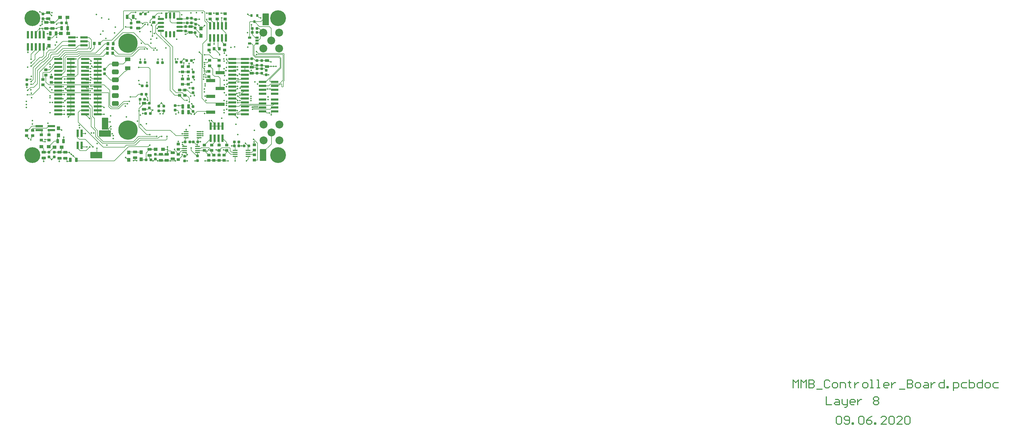
<source format=gbl>
G04*
G04 #@! TF.GenerationSoftware,Altium Limited,Altium Designer,20.1.11 (218)*
G04*
G04 Layer_Physical_Order=8*
G04 Layer_Color=11436288*
%FSLAX25Y25*%
%MOIN*%
G70*
G04*
G04 #@! TF.SameCoordinates,26502B99-587C-4767-892E-7210AEBADD4C*
G04*
G04*
G04 #@! TF.FilePolarity,Positive*
G04*
G01*
G75*
%ADD14C,0.00600*%
%ADD17C,0.01200*%
G04:AMPARAMS|DCode=85|XSize=31.5mil|YSize=31.5mil|CornerRadius=4.72mil|HoleSize=0mil|Usage=FLASHONLY|Rotation=0.000|XOffset=0mil|YOffset=0mil|HoleType=Round|Shape=RoundedRectangle|*
%AMROUNDEDRECTD85*
21,1,0.03150,0.02205,0,0,0.0*
21,1,0.02205,0.03150,0,0,0.0*
1,1,0.00945,0.01102,-0.01102*
1,1,0.00945,-0.01102,-0.01102*
1,1,0.00945,-0.01102,0.01102*
1,1,0.00945,0.01102,0.01102*
%
%ADD85ROUNDEDRECTD85*%
G04:AMPARAMS|DCode=86|XSize=31.5mil|YSize=31.5mil|CornerRadius=4.72mil|HoleSize=0mil|Usage=FLASHONLY|Rotation=270.000|XOffset=0mil|YOffset=0mil|HoleType=Round|Shape=RoundedRectangle|*
%AMROUNDEDRECTD86*
21,1,0.03150,0.02205,0,0,270.0*
21,1,0.02205,0.03150,0,0,270.0*
1,1,0.00945,-0.01102,-0.01102*
1,1,0.00945,-0.01102,0.01102*
1,1,0.00945,0.01102,0.01102*
1,1,0.00945,0.01102,-0.01102*
%
%ADD86ROUNDEDRECTD86*%
%ADD93R,0.03543X0.03937*%
G04:AMPARAMS|DCode=98|XSize=51.18mil|YSize=35.43mil|CornerRadius=3.54mil|HoleSize=0mil|Usage=FLASHONLY|Rotation=0.000|XOffset=0mil|YOffset=0mil|HoleType=Round|Shape=RoundedRectangle|*
%AMROUNDEDRECTD98*
21,1,0.05118,0.02835,0,0,0.0*
21,1,0.04409,0.03543,0,0,0.0*
1,1,0.00709,0.02205,-0.01417*
1,1,0.00709,-0.02205,-0.01417*
1,1,0.00709,-0.02205,0.01417*
1,1,0.00709,0.02205,0.01417*
%
%ADD98ROUNDEDRECTD98*%
G04:AMPARAMS|DCode=99|XSize=51.18mil|YSize=35.43mil|CornerRadius=3.54mil|HoleSize=0mil|Usage=FLASHONLY|Rotation=270.000|XOffset=0mil|YOffset=0mil|HoleType=Round|Shape=RoundedRectangle|*
%AMROUNDEDRECTD99*
21,1,0.05118,0.02835,0,0,270.0*
21,1,0.04409,0.03543,0,0,270.0*
1,1,0.00709,-0.01417,-0.02205*
1,1,0.00709,-0.01417,0.02205*
1,1,0.00709,0.01417,0.02205*
1,1,0.00709,0.01417,-0.02205*
%
%ADD99ROUNDEDRECTD99*%
%ADD100R,0.02756X0.03543*%
%ADD101R,0.04528X0.03937*%
%ADD102R,0.03937X0.04528*%
%ADD103R,0.03937X0.03543*%
%ADD104R,0.07087X0.05118*%
%ADD108R,0.04331X0.02559*%
%ADD109C,0.00800*%
%ADD110C,0.10000*%
%ADD111C,0.20000*%
%ADD112C,0.24410*%
G04:AMPARAMS|DCode=113|XSize=85mil|YSize=60mil|CornerRadius=15mil|HoleSize=0mil|Usage=FLASHONLY|Rotation=180.000|XOffset=0mil|YOffset=0mil|HoleType=Round|Shape=RoundedRectangle|*
%AMROUNDEDRECTD113*
21,1,0.08500,0.03000,0,0,180.0*
21,1,0.05500,0.06000,0,0,180.0*
1,1,0.03000,-0.02750,0.01500*
1,1,0.03000,0.02750,0.01500*
1,1,0.03000,0.02750,-0.01500*
1,1,0.03000,-0.02750,-0.01500*
%
%ADD113ROUNDEDRECTD113*%
%ADD114C,0.02000*%
%ADD128R,0.09449X0.02953*%
%ADD129O,0.06299X0.01575*%
G04:AMPARAMS|DCode=130|XSize=150mil|YSize=80mil|CornerRadius=4mil|HoleSize=0mil|Usage=FLASHONLY|Rotation=90.000|XOffset=0mil|YOffset=0mil|HoleType=Round|Shape=RoundedRectangle|*
%AMROUNDEDRECTD130*
21,1,0.15000,0.07200,0,0,90.0*
21,1,0.14200,0.08000,0,0,90.0*
1,1,0.00800,0.03600,0.07100*
1,1,0.00800,0.03600,-0.07100*
1,1,0.00800,-0.03600,-0.07100*
1,1,0.00800,-0.03600,0.07100*
%
%ADD130ROUNDEDRECTD130*%
G04:AMPARAMS|DCode=131|XSize=78.74mil|YSize=23.62mil|CornerRadius=5.91mil|HoleSize=0mil|Usage=FLASHONLY|Rotation=0.000|XOffset=0mil|YOffset=0mil|HoleType=Round|Shape=RoundedRectangle|*
%AMROUNDEDRECTD131*
21,1,0.07874,0.01181,0,0,0.0*
21,1,0.06693,0.02362,0,0,0.0*
1,1,0.01181,0.03347,-0.00591*
1,1,0.01181,-0.03347,-0.00591*
1,1,0.01181,-0.03347,0.00591*
1,1,0.01181,0.03347,0.00591*
%
%ADD131ROUNDEDRECTD131*%
G04:AMPARAMS|DCode=132|XSize=78.74mil|YSize=23.62mil|CornerRadius=5.91mil|HoleSize=0mil|Usage=FLASHONLY|Rotation=270.000|XOffset=0mil|YOffset=0mil|HoleType=Round|Shape=RoundedRectangle|*
%AMROUNDEDRECTD132*
21,1,0.07874,0.01181,0,0,270.0*
21,1,0.06693,0.02362,0,0,270.0*
1,1,0.01181,-0.00591,-0.03347*
1,1,0.01181,-0.00591,0.03347*
1,1,0.01181,0.00591,0.03347*
1,1,0.01181,0.00591,-0.03347*
%
%ADD132ROUNDEDRECTD132*%
%ADD133R,0.02953X0.09449*%
%ADD134R,0.11811X0.03937*%
%ADD135R,0.10000X0.02900*%
G04:AMPARAMS|DCode=136|XSize=150mil|YSize=80mil|CornerRadius=4mil|HoleSize=0mil|Usage=FLASHONLY|Rotation=0.000|XOffset=0mil|YOffset=0mil|HoleType=Round|Shape=RoundedRectangle|*
%AMROUNDEDRECTD136*
21,1,0.15000,0.07200,0,0,0.0*
21,1,0.14200,0.08000,0,0,0.0*
1,1,0.00800,0.07100,-0.03600*
1,1,0.00800,-0.07100,-0.03600*
1,1,0.00800,-0.07100,0.03600*
1,1,0.00800,0.07100,0.03600*
%
%ADD136ROUNDEDRECTD136*%
D14*
X264764Y68307D02*
X271457D01*
X264567Y68504D02*
X264764Y68307D01*
X272047Y63779D02*
X281189D01*
X317599Y95669D02*
X318701Y94567D01*
X312598Y95669D02*
X317599D01*
X279037Y104522D02*
X280559Y103000D01*
X272418Y104522D02*
X279037D01*
X265161Y108661D02*
X272441D01*
X265000Y108500D02*
X265161Y108661D01*
X264764Y113583D02*
X270290D01*
X324089Y135561D02*
X325522Y134128D01*
X294167Y135561D02*
X324089D01*
X291339Y138390D02*
X294167Y135561D01*
X294685Y152756D02*
X296850D01*
X292589Y150659D02*
X294685Y152756D01*
X292589Y138908D02*
Y150659D01*
Y138908D02*
X294685Y136811D01*
X289764Y152756D02*
X291339Y151181D01*
Y138390D02*
Y151181D01*
X318307Y104724D02*
X318504Y104528D01*
X312992Y104724D02*
X318307D01*
X312598Y105118D02*
X312992Y104724D01*
X312598Y105118D02*
Y108075D01*
X326772Y122248D01*
X325522Y122766D02*
Y134128D01*
X307283Y104528D02*
X325522Y122766D01*
X324606Y136811D02*
X326772Y134646D01*
X294685Y136811D02*
X324606D01*
X326772Y122248D02*
Y134646D01*
X303346Y104528D02*
X307283D01*
X318701Y99606D02*
X318898Y99410D01*
X329134Y98032D02*
X329528Y98425D01*
X327953Y98032D02*
X329134D01*
X327559Y98425D02*
X327953Y98032D01*
X329528Y98425D02*
Y105122D01*
X327559Y98425D02*
Y101575D01*
X327165Y101969D02*
X327559Y101575D01*
X326378Y101969D02*
X327165D01*
X329528Y105122D02*
X330709Y106303D01*
X329976Y140423D02*
X330709Y139691D01*
Y106303D02*
Y139691D01*
X325197Y100787D02*
X326378Y101969D01*
X324341Y100718D02*
X325197D01*
Y100787D01*
X290748Y69882D02*
X313032D01*
X290551Y69685D02*
X290748Y69882D01*
X9843Y31102D02*
Y32874D01*
X12402Y35433D01*
X291732Y72047D02*
X292126Y72441D01*
X291732Y71653D02*
Y72047D01*
Y71653D02*
X292126Y71260D01*
Y72441D02*
X297244D01*
X292126Y71260D02*
X302303D01*
X297577Y72773D02*
Y73271D01*
X297225Y73622D02*
X297577Y73271D01*
X297244Y72441D02*
X297577Y72773D01*
X302303Y71260D02*
X303346Y72303D01*
X291663Y73622D02*
X297225D01*
X290482Y72441D02*
X291663Y73622D01*
X290158Y72441D02*
X290482D01*
X290158D02*
X290295Y72303D01*
X275555Y75555D02*
X275984Y75984D01*
X275553Y75555D02*
X275555D01*
X275155Y75157D02*
X275553Y75555D01*
X275155Y75155D02*
Y75157D01*
X273622Y73622D02*
X275155Y75155D01*
X264764Y73622D02*
X273622D01*
X275984Y75984D02*
X286614D01*
X280559Y103000D02*
X280906Y103347D01*
X280835Y73425D02*
X285835D01*
X287213Y74803D01*
X286811Y76181D02*
X302224D01*
X286614Y75984D02*
X286811Y76181D01*
X287213Y74803D02*
X316201D01*
X271275Y112598D02*
X271654D01*
X274016Y114370D02*
X274395D01*
X275379Y113386D02*
X280512D01*
X274395Y114370D02*
X275379Y113386D01*
X304528Y95669D02*
X310039D01*
X303543Y94685D02*
X304528Y95669D01*
X6117Y33843D02*
X6693D01*
X4528Y35433D02*
X6117Y33843D01*
X4528Y35433D02*
Y36417D01*
X6693Y33843D02*
X7283Y33253D01*
Y32874D02*
Y33253D01*
X303150Y99606D02*
X311221D01*
X23228Y30906D02*
X25197Y28937D01*
X27953D01*
Y31496D02*
X32283D01*
X32874Y30906D01*
X314370Y62992D02*
Y65354D01*
X316339Y67323D01*
X306890Y66929D02*
X308661Y65158D01*
X312008D01*
X318307Y67323D02*
X318327Y67303D01*
X318701D01*
X281189Y63779D02*
X281386Y63976D01*
X280835Y63425D02*
X281189Y63779D01*
X12402Y35433D02*
Y36417D01*
X270290Y113583D02*
X271275Y112598D01*
X280709Y73425D02*
X280835D01*
X302224Y76181D02*
X303346Y77303D01*
X316201Y74803D02*
X318701Y77303D01*
X329459Y106821D02*
Y139173D01*
X295922D02*
X329459D01*
X297963Y140423D02*
X329976D01*
X295669Y142717D02*
X297963Y140423D01*
X318504Y67500D02*
Y67520D01*
Y67500D02*
X318701Y67303D01*
X313032Y69882D02*
X315453Y72303D01*
X318701D01*
X318898Y99410D02*
X323031D01*
X324341Y100718D01*
X324606Y101969D02*
X329459Y106821D01*
X311221Y99606D02*
X313583Y101969D01*
X324606D01*
X287992Y152756D02*
X289764D01*
D17*
X1016816Y-294278D02*
Y-304275D01*
X1023480D01*
X1028479Y-297610D02*
X1031811D01*
X1033477Y-299276D01*
Y-304275D01*
X1028479D01*
X1026812Y-302609D01*
X1028479Y-300943D01*
X1033477D01*
X1036809Y-297610D02*
Y-302609D01*
X1038475Y-304275D01*
X1043474D01*
Y-305941D01*
X1041808Y-307607D01*
X1040141D01*
X1043474Y-304275D02*
Y-297610D01*
X1051804Y-304275D02*
X1048472D01*
X1046806Y-302609D01*
Y-299276D01*
X1048472Y-297610D01*
X1051804D01*
X1053471Y-299276D01*
Y-300943D01*
X1046806D01*
X1056803Y-297610D02*
Y-304275D01*
Y-300943D01*
X1058469Y-299276D01*
X1060135Y-297610D01*
X1061801D01*
X1076796Y-295944D02*
X1078463Y-294278D01*
X1081795D01*
X1083461Y-295944D01*
Y-297610D01*
X1081795Y-299276D01*
X1083461Y-300943D01*
Y-302609D01*
X1081795Y-304275D01*
X1078463D01*
X1076796Y-302609D01*
Y-300943D01*
X1078463Y-299276D01*
X1076796Y-297610D01*
Y-295944D01*
X1078463Y-299276D02*
X1081795D01*
X1029716Y-320444D02*
X1031382Y-318778D01*
X1034714D01*
X1036380Y-320444D01*
Y-327109D01*
X1034714Y-328775D01*
X1031382D01*
X1029716Y-327109D01*
Y-320444D01*
X1039713Y-327109D02*
X1041379Y-328775D01*
X1044711D01*
X1046377Y-327109D01*
Y-320444D01*
X1044711Y-318778D01*
X1041379D01*
X1039713Y-320444D01*
Y-322110D01*
X1041379Y-323776D01*
X1046377D01*
X1049709Y-328775D02*
Y-327109D01*
X1051375D01*
Y-328775D01*
X1049709D01*
X1058040Y-320444D02*
X1059706Y-318778D01*
X1063038D01*
X1064704Y-320444D01*
Y-327109D01*
X1063038Y-328775D01*
X1059706D01*
X1058040Y-327109D01*
Y-320444D01*
X1074701Y-318778D02*
X1071369Y-320444D01*
X1068037Y-323776D01*
Y-327109D01*
X1069703Y-328775D01*
X1073035D01*
X1074701Y-327109D01*
Y-325443D01*
X1073035Y-323776D01*
X1068037D01*
X1078034Y-328775D02*
Y-327109D01*
X1079700D01*
Y-328775D01*
X1078034D01*
X1093029D02*
X1086364D01*
X1093029Y-322110D01*
Y-320444D01*
X1091362Y-318778D01*
X1088030D01*
X1086364Y-320444D01*
X1096361D02*
X1098027Y-318778D01*
X1101359D01*
X1103025Y-320444D01*
Y-327109D01*
X1101359Y-328775D01*
X1098027D01*
X1096361Y-327109D01*
Y-320444D01*
X1113022Y-328775D02*
X1106358D01*
X1113022Y-322110D01*
Y-320444D01*
X1111356Y-318778D01*
X1108024D01*
X1106358Y-320444D01*
X1116354D02*
X1118021Y-318778D01*
X1121353D01*
X1123019Y-320444D01*
Y-327109D01*
X1121353Y-328775D01*
X1118021D01*
X1116354Y-327109D01*
Y-320444D01*
X974816Y-282875D02*
Y-272878D01*
X978148Y-276210D01*
X981480Y-272878D01*
Y-282875D01*
X984813D02*
Y-272878D01*
X988145Y-276210D01*
X991477Y-272878D01*
Y-282875D01*
X994809Y-272878D02*
Y-282875D01*
X999808D01*
X1001474Y-281209D01*
Y-279542D01*
X999808Y-277876D01*
X994809D01*
X999808D01*
X1001474Y-276210D01*
Y-274544D01*
X999808Y-272878D01*
X994809D01*
X1004806Y-284541D02*
X1011471D01*
X1021467Y-274544D02*
X1019801Y-272878D01*
X1016469D01*
X1014803Y-274544D01*
Y-281209D01*
X1016469Y-282875D01*
X1019801D01*
X1021467Y-281209D01*
X1026466Y-282875D02*
X1029798D01*
X1031464Y-281209D01*
Y-277876D01*
X1029798Y-276210D01*
X1026466D01*
X1024800Y-277876D01*
Y-281209D01*
X1026466Y-282875D01*
X1034796D02*
Y-276210D01*
X1039795D01*
X1041461Y-277876D01*
Y-282875D01*
X1046459Y-274544D02*
Y-276210D01*
X1044793D01*
X1048125D01*
X1046459D01*
Y-281209D01*
X1048125Y-282875D01*
X1053124Y-276210D02*
Y-282875D01*
Y-279542D01*
X1054790Y-277876D01*
X1056456Y-276210D01*
X1058122D01*
X1064787Y-282875D02*
X1068119D01*
X1069785Y-281209D01*
Y-277876D01*
X1068119Y-276210D01*
X1064787D01*
X1063121Y-277876D01*
Y-281209D01*
X1064787Y-282875D01*
X1073117D02*
X1076450D01*
X1074784D01*
Y-272878D01*
X1073117D01*
X1081448Y-282875D02*
X1084780D01*
X1083114D01*
Y-272878D01*
X1081448D01*
X1094777Y-282875D02*
X1091445D01*
X1089779Y-281209D01*
Y-277876D01*
X1091445Y-276210D01*
X1094777D01*
X1096443Y-277876D01*
Y-279542D01*
X1089779D01*
X1099775Y-276210D02*
Y-282875D01*
Y-279542D01*
X1101441Y-277876D01*
X1103108Y-276210D01*
X1104774D01*
X1109772Y-284541D02*
X1116437D01*
X1119769Y-272878D02*
Y-282875D01*
X1124767D01*
X1126433Y-281209D01*
Y-279542D01*
X1124767Y-277876D01*
X1119769D01*
X1124767D01*
X1126433Y-276210D01*
Y-274544D01*
X1124767Y-272878D01*
X1119769D01*
X1131432Y-282875D02*
X1134764D01*
X1136430Y-281209D01*
Y-277876D01*
X1134764Y-276210D01*
X1131432D01*
X1129766Y-277876D01*
Y-281209D01*
X1131432Y-282875D01*
X1141429Y-276210D02*
X1144761D01*
X1146427Y-277876D01*
Y-282875D01*
X1141429D01*
X1139762Y-281209D01*
X1141429Y-279542D01*
X1146427D01*
X1149759Y-276210D02*
Y-282875D01*
Y-279542D01*
X1151425Y-277876D01*
X1153092Y-276210D01*
X1154758D01*
X1166420Y-272878D02*
Y-282875D01*
X1161422D01*
X1159756Y-281209D01*
Y-277876D01*
X1161422Y-276210D01*
X1166420D01*
X1169753Y-282875D02*
Y-281209D01*
X1171419D01*
Y-282875D01*
X1169753D01*
X1178083Y-286207D02*
Y-276210D01*
X1183082D01*
X1184748Y-277876D01*
Y-281209D01*
X1183082Y-282875D01*
X1178083D01*
X1194745Y-276210D02*
X1189746D01*
X1188080Y-277876D01*
Y-281209D01*
X1189746Y-282875D01*
X1194745D01*
X1198077Y-272878D02*
Y-282875D01*
X1203075D01*
X1204741Y-281209D01*
Y-279542D01*
Y-277876D01*
X1203075Y-276210D01*
X1198077D01*
X1214738Y-272878D02*
Y-282875D01*
X1209740D01*
X1208074Y-281209D01*
Y-277876D01*
X1209740Y-276210D01*
X1214738D01*
X1219737Y-282875D02*
X1223069D01*
X1224735Y-281209D01*
Y-277876D01*
X1223069Y-276210D01*
X1219737D01*
X1218071Y-277876D01*
Y-281209D01*
X1219737Y-282875D01*
X1234732Y-276210D02*
X1229733D01*
X1228067Y-277876D01*
Y-281209D01*
X1229733Y-282875D01*
X1234732D01*
D85*
X215748Y110827D02*
D03*
Y116732D02*
D03*
X159843Y71457D02*
D03*
Y77362D02*
D03*
X215354Y90748D02*
D03*
Y96653D02*
D03*
X178347Y73819D02*
D03*
Y67913D02*
D03*
X213386Y185236D02*
D03*
Y179331D02*
D03*
X207874Y185236D02*
D03*
Y179331D02*
D03*
X205906Y174606D02*
D03*
Y168701D02*
D03*
X137008Y173031D02*
D03*
Y178937D02*
D03*
X192520Y74606D02*
D03*
Y68701D02*
D03*
X215354Y67126D02*
D03*
Y73032D02*
D03*
X172047Y67913D02*
D03*
Y73819D02*
D03*
X204724Y10433D02*
D03*
Y4528D02*
D03*
X221063Y10827D02*
D03*
Y4921D02*
D03*
X5118Y107087D02*
D03*
Y101181D02*
D03*
X103150Y114764D02*
D03*
Y120669D02*
D03*
X25197Y184449D02*
D03*
Y190354D02*
D03*
X32874Y15551D02*
D03*
Y9646D02*
D03*
X39567Y15551D02*
D03*
Y9646D02*
D03*
X167520Y12795D02*
D03*
Y6890D02*
D03*
X218504Y183465D02*
D03*
Y177559D02*
D03*
X217913Y172835D02*
D03*
Y166929D02*
D03*
X289567Y133858D02*
D03*
Y127953D02*
D03*
X302165Y131496D02*
D03*
Y125591D02*
D03*
X296457Y131496D02*
D03*
Y125591D02*
D03*
Y115354D02*
D03*
Y121260D02*
D03*
X302165Y115354D02*
D03*
Y121260D02*
D03*
X307874Y113386D02*
D03*
Y119291D02*
D03*
D86*
X149016Y190551D02*
D03*
X154921D02*
D03*
X194291Y129528D02*
D03*
X200197D02*
D03*
X161221Y64567D02*
D03*
X155315D02*
D03*
X148228Y82677D02*
D03*
X154134D02*
D03*
X154528Y129134D02*
D03*
X148622D02*
D03*
X170669Y128740D02*
D03*
X176575D02*
D03*
X221457Y28346D02*
D03*
X215551D02*
D03*
X205315D02*
D03*
X211221D02*
D03*
X150984Y99606D02*
D03*
X156890D02*
D03*
X213189Y131496D02*
D03*
X207283D02*
D03*
X267520Y28346D02*
D03*
X273425D02*
D03*
X286024Y23425D02*
D03*
X280118D02*
D03*
X267520D02*
D03*
X273425D02*
D03*
X150197Y88976D02*
D03*
X156102D02*
D03*
X54921Y179331D02*
D03*
X49016D02*
D03*
X155905Y5906D02*
D03*
X161811D02*
D03*
X290354Y167323D02*
D03*
X296260D02*
D03*
X290354Y172244D02*
D03*
X296260D02*
D03*
D93*
X248622Y146457D02*
D03*
X241929D02*
D03*
X97047Y153150D02*
D03*
X90354D02*
D03*
X114370Y152756D02*
D03*
X107677D02*
D03*
X113583Y146850D02*
D03*
X106890D02*
D03*
Y140945D02*
D03*
X113583D02*
D03*
D98*
X146063Y180118D02*
D03*
Y172638D02*
D03*
X153150Y77362D02*
D03*
Y69882D02*
D03*
X37402Y179724D02*
D03*
Y172244D02*
D03*
X29724Y179724D02*
D03*
Y172244D02*
D03*
X31890Y184646D02*
D03*
Y192126D02*
D03*
X26181Y15551D02*
D03*
Y8071D02*
D03*
X53740Y15354D02*
D03*
Y7874D02*
D03*
X46260Y15354D02*
D03*
Y7874D02*
D03*
X141929Y15945D02*
D03*
Y8465D02*
D03*
X160433Y19094D02*
D03*
Y11614D02*
D03*
X189567Y14764D02*
D03*
Y7283D02*
D03*
X174500Y12740D02*
D03*
Y5260D02*
D03*
X182000Y12740D02*
D03*
Y5260D02*
D03*
X212205Y174606D02*
D03*
Y167126D02*
D03*
X309000Y131480D02*
D03*
Y124000D02*
D03*
X289764Y115551D02*
D03*
Y123031D02*
D03*
D99*
X132087Y187008D02*
D03*
X139567D02*
D03*
X209646Y66142D02*
D03*
X202165D02*
D03*
X209646Y73622D02*
D03*
X202165D02*
D03*
X42126Y165945D02*
D03*
X34646D02*
D03*
X56496Y172638D02*
D03*
X49016D02*
D03*
X43898Y29528D02*
D03*
X51378D02*
D03*
X67520Y5906D02*
D03*
X60039D02*
D03*
D100*
X289173Y188583D02*
D03*
X296654D02*
D03*
X292913Y180709D02*
D03*
D101*
X57382Y165748D02*
D03*
X48130Y165748D02*
D03*
X46949Y186024D02*
D03*
X56201Y186024D02*
D03*
X23425Y22441D02*
D03*
X32677Y22441D02*
D03*
X49114Y21850D02*
D03*
X39862Y21850D02*
D03*
X177264Y19094D02*
D03*
X168012Y19094D02*
D03*
D102*
X33071Y159350D02*
D03*
X33071Y150098D02*
D03*
X44882Y45965D02*
D03*
X44882Y36713D02*
D03*
X134055Y15059D02*
D03*
X134055Y5807D02*
D03*
X149803Y6398D02*
D03*
X149803Y15650D02*
D03*
X225394Y162894D02*
D03*
X225394Y172146D02*
D03*
D103*
X201969Y101378D02*
D03*
Y108071D02*
D03*
X209449Y101378D02*
D03*
Y108071D02*
D03*
Y117126D02*
D03*
Y123819D02*
D03*
X201969Y117126D02*
D03*
Y123819D02*
D03*
X205118Y87598D02*
D03*
Y94291D02*
D03*
X198425Y87598D02*
D03*
Y94291D02*
D03*
X229528Y17717D02*
D03*
Y24409D02*
D03*
X235236Y11811D02*
D03*
Y5118D02*
D03*
X238976Y17717D02*
D03*
Y24409D02*
D03*
X248425Y17717D02*
D03*
Y24409D02*
D03*
X241732Y11811D02*
D03*
Y5118D02*
D03*
X258071Y17717D02*
D03*
Y24409D02*
D03*
X248228Y11811D02*
D03*
Y5118D02*
D03*
X254724Y11811D02*
D03*
Y5118D02*
D03*
X235630Y144882D02*
D03*
Y151575D02*
D03*
X236811Y184252D02*
D03*
Y190945D02*
D03*
X245866Y184252D02*
D03*
Y190945D02*
D03*
X255315Y144882D02*
D03*
Y151575D02*
D03*
X255906Y184252D02*
D03*
Y190945D02*
D03*
X196653Y12795D02*
D03*
Y6102D02*
D03*
Y19291D02*
D03*
Y25984D02*
D03*
X292913Y18307D02*
D03*
Y25000D02*
D03*
Y12205D02*
D03*
Y5512D02*
D03*
X248425Y125000D02*
D03*
Y131693D02*
D03*
X236221Y125000D02*
D03*
Y131693D02*
D03*
X235236Y111024D02*
D03*
Y117717D02*
D03*
X29134Y113189D02*
D03*
Y119882D02*
D03*
X25197Y100984D02*
D03*
Y107677D02*
D03*
X36024Y110630D02*
D03*
Y103937D02*
D03*
X23228Y37598D02*
D03*
Y30906D02*
D03*
X32874Y30906D02*
D03*
Y37598D02*
D03*
X4528Y43110D02*
D03*
Y36417D02*
D03*
X12402Y36417D02*
D03*
Y43110D02*
D03*
X165748Y186417D02*
D03*
Y179724D02*
D03*
D104*
X132500Y121791D02*
D03*
X132500Y133209D02*
D03*
D108*
X286811Y160630D02*
D03*
Y153150D02*
D03*
X296260D02*
D03*
Y156890D02*
D03*
Y160630D02*
D03*
D109*
X177362Y64173D02*
Y64498D01*
X94439Y36270D02*
X101772Y28937D01*
X90551Y46850D02*
X94439Y42963D01*
X90551Y46850D02*
Y58268D01*
X87598Y61221D02*
X90551Y58268D01*
X86417Y74213D02*
X87598Y73032D01*
X78347Y78347D02*
X82243D01*
X146457Y35433D02*
X149409D01*
X79134Y83268D02*
X85433D01*
X80064Y61975D02*
X80545D01*
X78937Y83465D02*
X79134Y83268D01*
X78614Y63425D02*
X80064Y61975D01*
X79134Y88189D02*
X85433D01*
X81039Y96000D02*
X87500D01*
X78740Y93307D02*
X85433D01*
X94500Y93500D02*
X94614Y93614D01*
X80545Y61975D02*
X84055Y58465D01*
X89614Y98500D02*
X94000D01*
X79134Y103347D02*
X85433D01*
X101075Y73425D02*
X102500Y72000D01*
X94614Y73425D02*
Y78386D01*
X78347Y108465D02*
X79811Y107000D01*
X94614Y63425D02*
X94689Y63500D01*
X94614Y83425D02*
Y83886D01*
X78543Y98425D02*
X78614D01*
X94500Y129000D02*
X94614Y129114D01*
X78740Y118307D02*
X78937Y118504D01*
X87598Y61221D02*
Y73032D01*
X94500Y83539D02*
X94614Y83425D01*
Y108614D02*
Y113114D01*
X82243Y78347D02*
X86253Y74337D01*
X94614Y123614D02*
Y128425D01*
X86417Y130905D02*
Y130905D01*
X78937Y128543D02*
X79921Y127559D01*
X89055Y99059D02*
X89614Y98500D01*
X94500Y108500D02*
X94614Y108614D01*
X78543Y73425D02*
X78614D01*
X94614Y113114D02*
Y113425D01*
X94500Y123500D02*
X94614Y123614D01*
Y113425D02*
Y118425D01*
X78740Y128347D02*
X78937Y128543D01*
X85630Y110559D02*
X87689Y108500D01*
X94439Y36270D02*
Y42963D01*
X83858Y133465D02*
X86417Y130905D01*
X94500Y84000D02*
X94614Y83886D01*
X79921Y127559D02*
X85630D01*
X94500Y63539D02*
X94614Y63425D01*
X79354Y114000D02*
X85500D01*
X88689Y123000D02*
X94500D01*
Y113000D02*
X94614Y113114D01*
Y129114D02*
Y133425D01*
X94500Y83539D02*
Y84000D01*
X94614Y78425D02*
Y83425D01*
X94500Y88539D02*
X94614Y88425D01*
X78937Y123425D02*
X80862Y121500D01*
X84055Y57874D02*
Y58465D01*
X78543Y133465D02*
X83858D01*
X79000Y117500D02*
X85500D01*
X94614Y103614D02*
Y108425D01*
X94500Y68539D02*
Y73500D01*
Y84000D02*
Y88500D01*
X80862Y121500D02*
X85500D01*
X78614Y98425D02*
X81039Y96000D01*
X94614Y93614D02*
Y98425D01*
X101772Y28937D02*
X139961D01*
X86253Y74234D02*
Y74337D01*
X94614Y118500D02*
Y123000D01*
X149606Y35433D02*
X169291D01*
X79811Y107000D02*
X85500D01*
X86130Y99059D02*
X89055D01*
X94500Y103500D02*
X94614Y103614D01*
X94500Y63539D02*
Y68500D01*
X78937Y103543D02*
X79134Y103347D01*
X139961Y28937D02*
X146457Y35433D01*
X87130Y124559D02*
X88689Y123000D01*
X78937Y88386D02*
X79134Y88189D01*
X94614Y73425D02*
X101075D01*
X78543Y113189D02*
X79354Y114000D01*
X94689Y63500D02*
X102500D01*
X94500Y68539D02*
X94614Y68425D01*
X87689Y108500D02*
X94500D01*
X94614Y123000D02*
Y123425D01*
X94500Y78500D02*
X94614Y78386D01*
X210236Y124606D02*
Y127953D01*
X209449Y123819D02*
X210236Y124606D01*
X201969Y117126D02*
X209449D01*
X201772Y117323D02*
X201969Y117126D01*
X198031Y117323D02*
X201772D01*
X214173Y119095D02*
Y120472D01*
Y119095D02*
X216142Y117126D01*
X218504Y183858D02*
X223228D01*
X218110Y183465D02*
X218504Y183858D01*
X198622Y184272D02*
Y192520D01*
X182205Y188189D02*
Y190945D01*
X198622Y184252D02*
Y184272D01*
X198425Y184055D02*
X198622Y184252D01*
X164961Y186221D02*
X165748D01*
X214567Y90158D02*
X215256Y90847D01*
X209646Y73032D02*
X217000Y65677D01*
X285039Y17815D02*
Y23425D01*
X204724Y10630D02*
X206693D01*
X158268Y176969D02*
Y178740D01*
X24639Y183891D02*
X25394Y184646D01*
X36811Y179528D02*
X40453D01*
X29134D02*
X29724D01*
X208000Y11937D02*
Y12500D01*
X206693Y10630D02*
X208000Y11937D01*
X202165Y25197D02*
X204528Y22835D01*
X220830Y22736D02*
X221063D01*
X220472Y23094D02*
X220830Y22736D01*
X220472Y23094D02*
Y25197D01*
X201969D02*
X202165D01*
X132903Y185207D02*
X134872D01*
X132087Y186024D02*
X132903Y185207D01*
X132087Y186024D02*
Y187008D01*
X134872Y185207D02*
X137205Y182874D01*
X153150Y69882D02*
X158268D01*
X159843Y71457D01*
X216142Y28346D02*
X219291Y25197D01*
X215551Y28346D02*
X216142D01*
X219291Y25197D02*
X220472D01*
X211221Y28346D02*
X215551D01*
X224573Y28707D02*
X224803Y28937D01*
X221818Y28707D02*
X224573D01*
X221457Y28346D02*
X221818Y28707D01*
X221457Y28346D02*
Y32283D01*
X223031Y33858D01*
X201969Y27953D02*
X202165Y28150D01*
X205118D01*
X205315Y28346D01*
Y31874D02*
X206496Y33055D01*
X205315Y28346D02*
Y31874D01*
X206496Y33055D02*
Y33858D01*
X217913Y183268D02*
X218110Y183465D01*
X217717D02*
X217913Y183268D01*
X217323Y183858D02*
X217717Y183465D01*
X218110D02*
X218504D01*
X217717D02*
X218110D01*
X216890D02*
X217717D01*
X216161Y184194D02*
X216890Y183465D01*
X214428Y184194D02*
X216161D01*
X213386Y185236D02*
X214428Y184194D01*
X207874Y185236D02*
X213386D01*
X206909Y184272D02*
X207874Y185236D01*
X198622Y184272D02*
X206909D01*
X207259Y179331D02*
X207850Y179921D01*
X208440Y179331D01*
X203937Y179134D02*
X207677D01*
X207874Y179331D01*
X208440D02*
X213386D01*
X216732D01*
X218504Y177559D01*
X221260D02*
X222835Y175984D01*
X218504Y177559D02*
X221260D01*
X198228Y169272D02*
X205335D01*
X203937Y179134D02*
X204134Y179331D01*
X198819Y179134D02*
X203937D01*
X198622Y179331D02*
X198819Y179134D01*
X198425D02*
X198622Y179331D01*
X205906Y168504D02*
X210827D01*
X205906D02*
Y168701D01*
X210827Y168504D02*
X212205Y167126D01*
X209252D02*
X212205D01*
X207087Y164961D02*
X209252Y167126D01*
X205512Y164961D02*
X207087D01*
X212205Y166929D02*
X217913D01*
X205335Y169272D02*
X205906Y168701D01*
X212205Y174803D02*
X215551D01*
X205906Y174272D02*
X211870D01*
X211024Y174803D02*
X212205D01*
X211870Y174272D02*
X212205Y174606D01*
X198228Y174272D02*
X205906D01*
X215551Y174803D02*
X217717Y172638D01*
X289370Y173031D02*
X290354Y172047D01*
X268504Y17913D02*
Y23425D01*
X267520Y23622D02*
X268307D01*
X264173D02*
X267520D01*
X221063Y9843D02*
X221158D01*
X213000Y18000D02*
X221063Y9937D01*
X182087Y12008D02*
X182874Y12795D01*
X174213Y12008D02*
X181890D01*
X129921Y174016D02*
X130151Y173786D01*
X136253D01*
X137008Y173031D01*
X142589Y184252D02*
X142913D01*
X141992Y184849D02*
X142589Y184252D01*
X140939Y184849D02*
X141992D01*
X139567Y186221D02*
X140939Y184849D01*
X139567Y186221D02*
Y187008D01*
X136811Y192520D02*
X142520D01*
X132087Y187795D02*
X136811Y192520D01*
X132087Y187008D02*
Y187795D01*
X154921Y190551D02*
X156857Y192487D01*
X158826D01*
X159055Y192717D01*
X149429Y190964D02*
X150413D01*
X149016Y190551D02*
X149429Y190964D01*
X150413D02*
X151969Y192520D01*
X137205Y179134D02*
Y182874D01*
X137008Y178937D02*
X137205Y179134D01*
X197047Y65354D02*
Y67126D01*
X195669Y68504D02*
X197047Y67126D01*
X192717Y68504D02*
X195669D01*
X192520Y68701D02*
X192717Y68504D01*
X202165Y73000D02*
X203000D01*
X201279Y74508D02*
X202165Y73622D01*
X197195Y74557D02*
X197244Y74508D01*
X192569Y74557D02*
X197195D01*
X192520Y74606D02*
X192569Y74557D01*
X197244Y74508D02*
X201279D01*
X210630Y79134D02*
Y84055D01*
X207087Y87598D02*
X210630Y84055D01*
X213779Y76447D02*
X215354Y74872D01*
Y73032D02*
Y74872D01*
X213779Y76447D02*
Y76772D01*
X209646Y72835D02*
Y73032D01*
X202165Y72835D02*
Y73000D01*
X210236Y66535D02*
X212992Y63779D01*
X209646Y65551D02*
X209842D01*
X217000Y63500D02*
Y65677D01*
X202165Y72835D02*
X202500Y72500D01*
X210630Y96850D02*
X215158D01*
X215354Y96653D01*
X216929Y87205D02*
Y87529D01*
X216484Y87974D02*
X216929Y87529D01*
X216484Y87974D02*
Y89618D01*
X215354Y90748D02*
X216484Y89618D01*
X212205Y90158D02*
X214567D01*
X208071Y94291D02*
X212205Y90158D01*
X205118Y94291D02*
X208071D01*
X200000D02*
X205118D01*
Y87598D02*
X207087D01*
X204921D02*
X205118D01*
X201575Y90945D02*
X204921Y87598D01*
X194095Y90945D02*
X201575D01*
X198425Y87083D02*
X204406Y81102D01*
X198425Y87083D02*
Y87598D01*
X192323D02*
X198425D01*
X204406Y81102D02*
X207480D01*
X215748Y108986D02*
Y110827D01*
Y116732D02*
X216142Y117126D01*
X205544Y133235D02*
X207283Y131496D01*
X203773Y133235D02*
X205544D01*
X203543Y133465D02*
X203773Y133235D01*
X214167Y132474D02*
X216401D01*
X213189Y131496D02*
X214167Y132474D01*
X201673Y124114D02*
X203543Y125984D01*
Y128347D01*
X201661Y130991D02*
Y131582D01*
X203543Y133465D01*
X200197Y129528D02*
X201661Y130991D01*
X192913Y130905D02*
Y133465D01*
Y130905D02*
X194291Y129528D01*
X176378Y128937D02*
X176575Y128740D01*
X176378Y128937D02*
Y133071D01*
X170669Y128740D02*
X170866Y128937D01*
Y133071D01*
X148622Y129134D02*
Y133071D01*
X148622Y129134D02*
X148622Y129134D01*
X154331Y129331D02*
Y133071D01*
X156988Y103839D02*
X157087Y103937D01*
X156988Y99705D02*
Y103839D01*
X156890Y99606D02*
X156988Y99705D01*
X154331Y129331D02*
X154528Y129134D01*
X147441Y101378D02*
X147766D01*
X148407Y100736D01*
X149854D01*
X150984Y99606D01*
X157549Y81102D02*
X157874D01*
X156909Y81743D02*
X157549Y81102D01*
X155068Y81743D02*
X156909D01*
X154134Y82677D02*
X155068Y81743D01*
X147835Y76772D02*
Y82284D01*
X148228Y82677D01*
X150000Y88779D02*
X150197Y88976D01*
X146260Y88779D02*
X150000D01*
X142881Y85400D02*
X146260Y88779D01*
X136056Y85400D02*
X142881D01*
X157874Y81102D02*
Y84646D01*
X156102Y86417D02*
X157874Y84646D01*
X156102Y86417D02*
Y88976D01*
X172047Y73819D02*
Y74803D01*
X175197Y77953D02*
X178347Y74803D01*
Y73819D02*
Y74803D01*
X172047D02*
X175197Y77953D01*
X177362Y64498D02*
Y64567D01*
Y64498D02*
X178347Y65482D01*
Y67913D01*
X172047D02*
X178347D01*
X162684Y66031D02*
Y67275D01*
X164173Y68764D01*
Y68898D01*
X161221Y64567D02*
X162684Y66031D01*
X151772Y64370D02*
X151870Y64468D01*
X155217D01*
X155315Y64567D01*
X152953Y76968D02*
X153150D01*
X146850Y70866D02*
X152953Y76968D01*
X146850Y67716D02*
Y70866D01*
X285039Y10138D02*
X285236Y9941D01*
Y6736D02*
Y9941D01*
X283000Y4500D02*
X285236Y6736D01*
X268500Y10134D02*
X268504Y10138D01*
X268500Y4500D02*
Y10134D01*
X46260Y15157D02*
X46457Y15354D01*
X39567D02*
X46260D01*
X63779Y10630D02*
X63976D01*
X159031Y123000D02*
X161024Y121008D01*
Y78543D02*
Y121008D01*
X159843Y77362D02*
X161024Y78543D01*
X159449Y76968D02*
X159843Y77362D01*
X153150Y76968D02*
X159449D01*
X162172Y69127D02*
X163944D01*
X164173Y68898D01*
X159843Y71457D02*
X162172Y69127D01*
X177362Y64567D02*
X177362Y64567D01*
X215748Y108986D02*
X217126Y107608D01*
Y107283D02*
Y107608D01*
X216401Y132474D02*
X216801Y132874D01*
X217126D01*
X216896Y132644D02*
X217126Y132874D01*
X104869Y40499D02*
X108717D01*
X103347Y38976D02*
X104869Y40499D01*
X221063Y10827D02*
Y15059D01*
Y9937D02*
Y10827D01*
X108717Y40499D02*
Y45528D01*
X111221Y48031D01*
X217000Y63500D02*
X220800Y67300D01*
X146830Y63305D02*
X146850Y63325D01*
X146830Y61813D02*
Y63305D01*
Y61813D02*
X146850Y61793D01*
Y47650D02*
Y61793D01*
Y47650D02*
X156500Y38000D01*
X273425Y23425D02*
X276772D01*
X272638D02*
X273425D01*
Y28150D02*
X273622Y28346D01*
X273425Y23425D02*
Y28150D01*
X267520Y23425D02*
Y23622D01*
Y28150D02*
X267717Y28346D01*
X267520Y23622D02*
Y28150D01*
X264173Y23622D02*
X264403Y23852D01*
X74213Y39370D02*
Y39567D01*
X281693Y26772D02*
X285039Y23425D01*
X281496Y26772D02*
X281693D01*
X268307Y23622D02*
X268504Y23425D01*
X31004Y149114D02*
X33268D01*
X86614Y147638D02*
Y157874D01*
X85433Y146457D02*
X86614Y147638D01*
X168110Y166535D02*
X186221Y148425D01*
Y93701D02*
Y148425D01*
Y93701D02*
X192323Y87598D01*
X189764Y95276D02*
X194095Y90945D01*
X189764Y95276D02*
Y148819D01*
X174606Y163976D02*
X189764Y148819D01*
X96850Y152756D02*
X101181Y157087D01*
X228646Y194507D02*
X230315Y192839D01*
Y181496D02*
Y192839D01*
Y181496D02*
X233071Y178740D01*
X112205Y157087D02*
X127165Y172047D01*
Y194048D01*
X127634Y194517D01*
X161837D01*
X161846Y194507D01*
X228646D01*
X233071Y158268D02*
Y178740D01*
X227700Y152897D02*
X233071Y158268D01*
X227700Y122800D02*
Y152897D01*
X197835Y193307D02*
X198622Y192520D01*
X184567Y193307D02*
X197835D01*
X182205Y190945D02*
X184567Y193307D01*
X236850Y175591D02*
Y178110D01*
X232642Y182319D02*
X236850Y178110D01*
X232642Y182319D02*
Y183500D01*
X174606Y163976D02*
Y169272D01*
X168110Y166535D02*
Y175531D01*
X171850Y179272D01*
X174606D01*
X170079Y172047D02*
X172303Y174272D01*
X174606D01*
X227700Y122800D02*
X229500Y121000D01*
X226500Y83750D02*
X232343Y77907D01*
X226500Y83750D02*
Y138854D01*
X165748Y186221D02*
Y186417D01*
X161024Y182283D02*
X164961Y186221D01*
X170669Y191535D02*
X175591D01*
X165748Y186614D02*
X170669Y191535D01*
X165748Y186417D02*
Y186614D01*
X161024Y179921D02*
Y182283D01*
X164642Y179528D02*
X166732D01*
X166929Y179724D01*
X162992Y177878D02*
X164642Y179528D01*
X162795Y176506D02*
X162992Y176703D01*
X162795Y176181D02*
Y176506D01*
X162992Y176703D02*
Y177878D01*
X209449Y101378D02*
X209646D01*
X201969D02*
X209449D01*
X213549Y103707D02*
X213779Y103937D01*
X211975Y103707D02*
X213549D01*
X209646Y101378D02*
X211975Y103707D01*
X221063Y9937D02*
X221158Y9843D01*
X157087Y179921D02*
X158268Y178740D01*
X153543Y179921D02*
X157087D01*
X151898Y178276D02*
X153543Y179921D01*
X151579Y178276D02*
X151898D01*
X20866Y96850D02*
Y116929D01*
X12205Y88189D02*
X20866Y96850D01*
X5512Y88189D02*
X12205D01*
X15748Y104724D02*
Y120866D01*
X12598Y101575D02*
X15748Y104724D01*
X10236Y101575D02*
X12598D01*
X18307Y102165D02*
Y118701D01*
X13780Y97638D02*
X18307Y102165D01*
X9843Y97638D02*
X13780D01*
X12992Y122441D02*
X22047Y131496D01*
X12992Y107480D02*
Y122441D01*
X10236Y104724D02*
X12992Y107480D01*
X35039Y137402D02*
X37402Y139764D01*
X35039Y135039D02*
Y137402D01*
X24409Y124409D02*
X35039Y135039D01*
X5906Y93701D02*
X9843Y97638D01*
X18307Y118701D02*
X24016Y124409D01*
X15748Y120866D02*
X24803Y129921D01*
X22047Y131496D02*
X23622D01*
X37402Y134646D02*
X39764Y137008D01*
X37402Y133465D02*
Y134646D01*
X20866Y116929D02*
X37402Y133465D01*
X73622Y137008D02*
X101575D01*
X69500Y132886D02*
X73622Y137008D01*
X69500Y114185D02*
Y132886D01*
X72047Y138976D02*
X97244D01*
X70079Y137008D02*
X72047Y138976D01*
X55512Y137008D02*
X70079D01*
X44362Y118425D02*
X49921D01*
X70866Y140945D02*
X92126D01*
X69291Y139370D02*
X70866Y140945D01*
X54724Y139370D02*
X69291D01*
X90158Y147244D02*
Y153150D01*
X44362Y133425D02*
X45236D01*
X69685Y142913D02*
X85827D01*
X68504Y141732D02*
X69685Y142913D01*
X53543Y141732D02*
X68504D01*
X51378Y136024D02*
X54724Y139370D01*
X51378Y119882D02*
Y136024D01*
X45236Y133425D02*
X53543Y141732D01*
X81815Y146063D02*
X83858Y148106D01*
X69291Y146063D02*
X81815D01*
X67323Y144095D02*
X69291Y146063D01*
X51968Y144095D02*
X67323D01*
X44882Y137008D02*
X51968Y144095D01*
X66535Y146850D02*
X70472Y150787D01*
X50787Y146850D02*
X66535D01*
X43701Y139764D02*
X50787Y146850D01*
X39764Y137008D02*
X44882D01*
X37402Y139764D02*
X43701D01*
X35433Y142126D02*
X41339D01*
X32283Y138976D02*
X35433Y142126D01*
X32283Y136221D02*
Y138976D01*
X41339Y142126D02*
X48031Y148819D01*
X39370Y144882D02*
X50394Y155905D01*
X33465Y144882D02*
X39370D01*
X29528Y140945D02*
X33465Y144882D01*
X24016Y124409D02*
X24409D01*
X25984Y129921D02*
X32283Y136221D01*
X24803Y129921D02*
X25984D01*
X29528Y137402D02*
Y140945D01*
X23622Y131496D02*
X29528Y137402D01*
X50394Y155905D02*
X62008D01*
X62134Y160780D02*
X68626D01*
X62008Y160906D02*
X62134Y160780D01*
X70472Y150787D02*
X77244D01*
X77362Y160906D02*
X77638Y160630D01*
X83858D01*
X86614Y157874D01*
X30315Y148425D02*
X31004Y149114D01*
X30315Y146457D02*
Y148425D01*
X33268Y158366D02*
X35138Y160236D01*
X37008D02*
X38386Y161614D01*
X35138Y160236D02*
X37008D01*
X74114Y160906D02*
X77362D01*
X83858Y148106D02*
Y154724D01*
X82677Y155905D02*
X83858Y154724D01*
X77362Y155905D02*
X82677D01*
X77244Y150787D02*
X77362Y150906D01*
X37795Y125197D02*
X40984Y128386D01*
X37795Y124016D02*
Y125197D01*
X33661Y119882D02*
X37795Y124016D01*
X40984Y128386D02*
X44409D01*
X24016Y135433D02*
X26339Y137756D01*
X21457Y135433D02*
X24016D01*
X10630Y124606D02*
X21457Y135433D01*
X26339Y137756D02*
Y148819D01*
X49606Y150394D02*
X61496D01*
X48031Y148819D02*
X49606Y150394D01*
X57874Y160630D02*
X58150Y160906D01*
X62008D01*
X97244Y138976D02*
X105118Y146850D01*
X53347Y134843D02*
X55512Y137008D01*
X53347Y117913D02*
Y134843D01*
X61496Y150394D02*
X62008Y150906D01*
X35236Y90945D02*
X108268D01*
X25197Y100984D02*
X35236Y90945D01*
X29134Y104331D02*
X32480Y100984D01*
X29134Y104331D02*
Y113189D01*
X40787Y123465D02*
X44488D01*
X33858Y116535D02*
X40787Y123465D01*
X25666Y116535D02*
X33858D01*
X25197Y116067D02*
X25666Y116535D01*
X25197Y107677D02*
Y116067D01*
X29134Y119882D02*
X33661D01*
X56496Y172835D02*
X56693Y172638D01*
X56496Y166634D02*
X57382Y165748D01*
X56496Y166634D02*
Y172638D01*
X57382Y165748D02*
X57480D01*
X57382Y165748D02*
X57382Y165748D01*
X56496Y172835D02*
Y177756D01*
X105512Y140945D02*
X106890D01*
X101575Y137008D02*
X105512Y140945D01*
X105118Y146850D02*
X106890D01*
X103937Y152756D02*
X107677D01*
X92126Y140945D02*
X103937Y152756D01*
X85827Y142913D02*
X90158Y147244D01*
X117323Y137205D02*
X138779D01*
X113583Y140945D02*
X117323Y137205D01*
X121063Y139370D02*
X137402D01*
X113583Y146850D02*
X121063Y139370D01*
X114370Y152756D02*
Y154921D01*
X101181Y157087D02*
X112205D01*
X5906Y107874D02*
X9843D01*
X5118Y107087D02*
X5906Y107874D01*
X6299Y141929D02*
X6339Y141969D01*
X21339Y144961D02*
Y148819D01*
X15157Y138779D02*
X21339Y144961D01*
X10433Y139665D02*
X16339Y145571D01*
X15157Y133268D02*
Y138779D01*
X10433Y133268D02*
Y139665D01*
Y128543D02*
X15157Y133268D01*
X6339Y141969D02*
Y148819D01*
X16339Y145571D02*
Y148819D01*
X146063Y172638D02*
X149803D01*
X154724Y177559D01*
X151254Y178276D02*
X151579D01*
X150429Y179101D02*
X151254Y178276D01*
X147080Y179101D02*
X150429D01*
X146063Y180118D02*
X147080Y179101D01*
X209449Y108071D02*
Y112598D01*
X201969Y108071D02*
Y112598D01*
X32480Y100984D02*
X102756D01*
X249606Y96260D02*
Y96339D01*
X234189Y86000D02*
X234689Y86500D01*
X247290Y77907D02*
X249016Y76181D01*
X234689Y86500D02*
X237500D01*
X223228Y142126D02*
X226500Y138854D01*
X230500Y86500D02*
X233689D01*
X234189Y86000D01*
X232343Y77907D02*
X247290D01*
X245669Y134252D02*
X248425Y131496D01*
X240945Y134252D02*
X245669D01*
X236197Y139000D02*
X240945Y134252D01*
X248425Y131102D02*
X248622Y130905D01*
X248425Y131102D02*
Y131496D01*
X229509Y128900D02*
X233428D01*
X236221Y131693D01*
X240354Y113583D02*
Y120866D01*
X236221Y125000D02*
X240354Y120866D01*
X230000Y139000D02*
X236197D01*
X248425Y117520D02*
X249606Y116339D01*
X248425Y117520D02*
Y125000D01*
X3150Y44291D02*
X7283D01*
X11358Y48366D02*
X20472D01*
X7283Y44291D02*
X11358Y48366D01*
X299016Y172244D02*
X303937Y167323D01*
X296260D02*
X303937D01*
X304370Y166890D01*
X303937D02*
X304370D01*
X296260Y166535D02*
X296614Y166890D01*
X290354Y167323D02*
Y172047D01*
Y164370D02*
Y167323D01*
Y164370D02*
X294094Y160630D01*
X258300Y131463D02*
Y133038D01*
X258071Y133268D02*
X258300Y133038D01*
X175394Y35433D02*
X175591Y35236D01*
X92126Y35236D02*
Y42520D01*
X86417Y48228D02*
X92126Y42520D01*
X86417Y48228D02*
Y59646D01*
X273602Y106693D02*
X274285Y107375D01*
X271652Y106693D02*
X273602D01*
X268460Y103500D02*
X271652Y106693D01*
X279785Y107375D02*
X280835Y108425D01*
X274285Y107375D02*
X279785D01*
X44488Y78465D02*
X51126Y78539D01*
X4921Y97638D02*
X5020Y97736D01*
Y101083D02*
X5118Y101181D01*
X5020Y97736D02*
Y101083D01*
X60488Y118902D02*
Y123402D01*
X301378Y180709D02*
X306102Y185433D01*
X205736Y4500D02*
X208000D01*
X204724Y5512D02*
X205736Y4500D01*
X205441Y15059D02*
X208000Y12500D01*
X204528Y15059D02*
X205441D01*
X108268Y90945D02*
X108661Y90551D01*
Y73228D02*
Y90551D01*
Y73228D02*
X111221Y70669D01*
X196653Y5906D02*
X201500Y10752D01*
X194882Y14567D02*
X196653Y12795D01*
X194882Y14567D02*
Y15354D01*
X191929Y18307D02*
X194882Y15354D01*
X191929Y18307D02*
Y19094D01*
X201500Y10752D02*
Y12500D01*
X195472Y12402D02*
X195866D01*
X69095Y33858D02*
Y39567D01*
X289764Y115551D02*
X296457D01*
X296654Y115354D01*
X307874Y113386D02*
X311000D01*
X285236Y15157D02*
X289764D01*
X292913Y18307D01*
X48353Y44101D02*
X48954Y43500D01*
X238500Y55500D02*
X238779D01*
X243000Y51279D01*
X22850Y176000D02*
X24409Y177559D01*
X22000Y176000D02*
X22850D01*
X295079Y130905D02*
X296457D01*
X212921Y179921D02*
X213000Y180000D01*
X314500Y40287D02*
X314567Y40354D01*
X314500Y26000D02*
Y40287D01*
X304000Y15500D02*
X314500Y26000D01*
X304000Y13000D02*
Y15500D01*
X292500Y25500D02*
X293000Y25000D01*
X292500Y25500D02*
Y28500D01*
X297000Y5500D02*
Y27000D01*
X292000Y32000D02*
X297000Y27000D01*
X292500Y28500D02*
X292980D01*
X48954Y43500D02*
X49000D01*
X46450Y44101D02*
X48353D01*
X44882Y45669D02*
X46450Y44101D01*
X44882Y45669D02*
Y45965D01*
X53126Y80539D02*
X53401D01*
X56401Y83539D01*
X130000Y9000D02*
X133000Y6000D01*
X134000D01*
X174472Y4528D02*
X181890D01*
X170500Y4500D02*
X174000D01*
X174500Y5000D01*
X168354Y6056D02*
X168944D01*
X167520Y6890D02*
X168354Y6056D01*
X168944D02*
X170500Y4500D01*
X167130Y6500D02*
X167520Y6890D01*
X166390Y5760D02*
X167130Y6500D01*
X167500D01*
X167091D02*
X167130D01*
X164500Y4500D02*
X164730Y4730D01*
X165320D01*
X167091Y6500D01*
X164500Y4675D02*
Y5000D01*
X160433Y7567D02*
X162770Y5230D01*
X164175Y4500D02*
X164500D01*
X163900Y4775D02*
X164175Y4500D01*
X162941Y4775D02*
X163900D01*
X161811Y5906D02*
X162941Y4775D01*
X164500Y4500D02*
Y4675D01*
X164825Y5000D01*
X141220D02*
X141929Y5709D01*
X140000Y5000D02*
X141441D01*
X141941Y5500D01*
X140000Y5000D02*
X141220D01*
X141929Y5709D02*
X142638Y5000D01*
X144000D01*
X219657Y4500D02*
X221063Y5906D01*
X218000Y4500D02*
X219657D01*
X230500D02*
X234618D01*
X235236Y5118D01*
X255343Y4500D02*
X259500D01*
X254724Y5118D02*
X255343Y4500D01*
X52653Y103791D02*
X59874D01*
X60126Y103539D01*
X53653Y95791D02*
X53883Y96021D01*
X53653Y95791D02*
X55905Y93539D01*
X44689Y98539D02*
X51126D01*
X53883Y96021D02*
X54494D01*
X57013Y98539D01*
X59626D01*
X44815Y93539D02*
X51126D01*
X44614Y88425D02*
X52291D01*
X45543Y83039D02*
X50626D01*
X85236Y60827D02*
X86417Y59646D01*
X85236Y60827D02*
Y70353D01*
X45043Y83539D02*
X45543Y83039D01*
X44811Y83307D02*
X45043Y83539D01*
X44488Y73465D02*
X52291D01*
X44567Y68543D02*
X52291D01*
X44488Y68465D02*
X44567Y68543D01*
X44528Y63425D02*
X52291D01*
X44488Y63465D02*
X44528Y63425D01*
X231523Y110023D02*
Y113523D01*
X229500Y115546D02*
X231523Y113523D01*
X229500Y115546D02*
Y118500D01*
X63583Y10827D02*
X63779D01*
X46260Y15354D02*
X46457D01*
X61417Y12992D02*
X63583Y10827D01*
X61221Y12992D02*
X61417D01*
X60896D02*
X61221D01*
X60286Y13602D02*
X60896Y12992D01*
X60217Y13602D02*
X60286D01*
X53937Y15157D02*
X58661D01*
X60217Y13602D01*
X220800Y67300D02*
X231746D01*
X232794Y66252D02*
X237752D01*
X231746Y67300D02*
X232794Y66252D01*
X233160Y118608D02*
X233268Y118500D01*
X229608Y118608D02*
X233160D01*
X229500Y118500D02*
X229608Y118608D01*
X234500Y118500D02*
X235000Y118000D01*
X233268Y118500D02*
X234500D01*
X235630Y144876D02*
X235636Y144882D01*
X245280Y18500D02*
X247244Y16535D01*
X243000Y48500D02*
Y51279D01*
X272047Y77793D02*
X272404Y78149D01*
X247441Y12598D02*
X248425Y13583D01*
X229232Y17618D02*
X229331Y17520D01*
X265885Y89475D02*
X270150D01*
X264835Y88425D02*
X265885Y89475D01*
X275000Y96500D02*
Y97638D01*
X275787Y98425D01*
X264961D02*
X265535Y99000D01*
X271500D01*
X273655Y90655D02*
X277655D01*
X273500Y90500D02*
X273655Y90655D01*
X277655D02*
X280000Y93000D01*
X271270Y95770D02*
X271500Y96000D01*
X270730Y95770D02*
X271270D01*
X268460Y93500D02*
X270730Y95770D01*
X265000Y93500D02*
X268460D01*
X274500Y88000D02*
X279535D01*
X280315Y88779D01*
X255000Y141000D02*
Y144567D01*
X255315Y144882D01*
X244094D02*
X249000Y139976D01*
Y139000D02*
Y139976D01*
X243701Y144882D02*
X244094D01*
X242126Y146457D02*
X243701Y144882D01*
X272047Y77756D02*
Y77793D01*
X272404Y78149D02*
X280559D01*
X280835Y78425D01*
X235831Y18500D02*
X237795Y16535D01*
X272047Y86417D02*
X272244D01*
X275236Y83425D02*
X280835D01*
X272244Y86417D02*
X275236Y83425D01*
X258268Y101575D02*
X258592D01*
X243000Y48500D02*
X243075Y48425D01*
X247776D01*
X202500Y67000D02*
Y72240D01*
X202760Y72500D01*
X265500Y103500D02*
X268460D01*
X273410Y66000D02*
X275835Y68425D01*
X270959Y66000D02*
X273410D01*
X267959Y63000D02*
X270959Y66000D01*
X267779Y63000D02*
X267959D01*
X264500D02*
X267779D01*
X275835Y68425D02*
X280835D01*
X267779Y63000D02*
X271527Y59252D01*
X258592Y101575D02*
X259393Y102375D01*
X262875D01*
X264000Y103500D01*
X227465Y41535D02*
X227500Y41500D01*
X223031Y41535D02*
X227465D01*
X309000Y124197D02*
X314118D01*
X92500Y12000D02*
X93504Y13004D01*
Y20669D01*
X142413Y24500D02*
X148622Y30709D01*
X131000Y24500D02*
X142413D01*
X128500Y22000D02*
X131000Y24500D01*
X101622Y22000D02*
X128500D01*
X70079Y53543D02*
X101622Y22000D01*
X115500Y4500D02*
X133500Y22500D01*
X68925Y4500D02*
X115500D01*
X67520Y5906D02*
X68925Y4500D01*
X217913Y164087D02*
X220500Y161500D01*
X217913Y164087D02*
Y166929D01*
X251500Y175941D02*
Y185500D01*
Y171500D02*
Y175941D01*
Y171500D02*
X256850Y166150D01*
Y160236D02*
Y166150D01*
X251500Y175941D02*
X251850Y175591D01*
X284500Y190000D02*
X284847D01*
X286265Y188583D01*
X289173D01*
X288195Y189954D02*
X289173Y188976D01*
Y188583D02*
Y188976D01*
X60488Y78677D02*
X60626Y78539D01*
X56401Y83539D02*
X60126D01*
X60488Y63677D02*
X60626Y63539D01*
X57626Y60039D02*
X60488Y62902D01*
Y63465D01*
X60126Y93539D02*
X60488Y93902D01*
X55905Y93539D02*
X59626D01*
X44811Y93543D02*
X44815Y93539D01*
X44614Y98465D02*
X44689Y98539D01*
X60126Y103539D02*
X60488Y103902D01*
X55240Y108291D02*
X55488Y108539D01*
X52653Y108291D02*
X55240D01*
X55488Y108539D02*
X59626D01*
X60488Y123402D02*
X60626Y123539D01*
X60126Y123039D02*
X60488Y123402D01*
Y123465D01*
X60626Y123539D02*
X67126D01*
X60626Y133539D02*
X67126D01*
X66339Y111024D02*
X69500Y114185D01*
X60126Y68539D02*
X60488Y68902D01*
Y63677D02*
Y68465D01*
X60126Y73539D02*
X60488Y73902D01*
Y68902D02*
Y73465D01*
Y73902D02*
Y78465D01*
Y83177D02*
Y83465D01*
Y78677D02*
Y83177D01*
Y83465D02*
Y88465D01*
Y83177D02*
X60626Y83039D01*
X60488Y93465D02*
X60626Y93327D01*
X60488Y93902D02*
Y98465D01*
Y103902D02*
Y108465D01*
Y113465D02*
X60626Y113327D01*
X50511Y111024D02*
X66339D01*
X47952Y108465D02*
X50511Y111024D01*
X60126Y118539D02*
X60488Y118902D01*
X60126Y114039D02*
X60488Y114402D01*
Y118465D01*
Y128177D02*
Y128465D01*
Y124177D02*
Y128177D01*
Y124177D02*
X60626Y124039D01*
X60488Y128465D02*
Y133465D01*
Y128177D02*
X60626Y128039D01*
X160433Y7567D02*
Y11614D01*
X275787Y98425D02*
X280512D01*
X146500Y123000D02*
X159031D01*
X135827Y85630D02*
X136056Y85400D01*
X156500Y38000D02*
X160500D01*
X158500Y22500D02*
X160500Y24500D01*
X133500Y22500D02*
X158500D01*
X146850Y63325D02*
Y67716D01*
X130118Y117913D02*
X132480Y120276D01*
X314118Y124197D02*
X317268D01*
X320220D01*
X280433Y128425D02*
X280512Y128347D01*
X230244Y17000D02*
X235236Y12008D01*
X229528Y17717D02*
X230244Y17000D01*
X233000D01*
X235000Y18500D02*
X235831D01*
X244500D02*
X245280D01*
X247244Y16535D02*
X248425Y17717D01*
X254000Y18500D02*
X254925D01*
X256890Y16535D01*
X213000Y18000D02*
Y21000D01*
X221063Y9843D02*
Y9937D01*
X257677Y77362D02*
X257690Y77375D01*
X182874Y18701D02*
X184449Y17126D01*
X177756Y18701D02*
X182874D01*
Y15748D02*
Y18701D01*
X182874Y18701D02*
X182874Y18701D01*
X106102Y53740D02*
X110433D01*
X105905Y53937D02*
X106102Y53740D01*
X104134Y52165D02*
X105905Y53937D01*
X24409Y172047D02*
X24606Y171850D01*
X24409Y171722D02*
Y172047D01*
X29528D01*
X21457D02*
X24409D01*
Y177559D02*
Y180709D01*
X36614Y179724D02*
X36811Y179528D01*
X29528Y172047D02*
X29724Y172244D01*
X24409Y171722D02*
X25262Y170870D01*
X26661Y182001D02*
X29134Y179528D01*
X190748Y6752D02*
X193000Y4500D01*
X190748Y6752D02*
Y8465D01*
X186500Y4500D02*
X193000D01*
X184618D02*
X186500D01*
X182874Y12795D02*
Y15748D01*
X167677Y6693D02*
X168650Y5720D01*
X251000Y191500D02*
X255350D01*
X255906Y190945D01*
X236500Y191500D02*
X237000Y191000D01*
X232500Y191500D02*
X236500D01*
X245500D02*
X246000Y191000D01*
X241500Y191500D02*
X245500D01*
X265158Y123425D02*
X271654D01*
X300770Y185730D02*
X301000Y185500D01*
X299113Y185730D02*
X300770D01*
X296654Y188189D02*
X299113Y185730D01*
X296654Y188189D02*
Y188583D01*
X236000Y54954D02*
Y55000D01*
Y54954D02*
X236699Y54255D01*
Y49502D02*
Y54255D01*
Y49502D02*
X237776Y48425D01*
X238075D02*
X242776D01*
X238000Y48500D02*
X238075Y48425D01*
X248000Y48500D02*
X248075Y48425D01*
X252776D01*
X147638Y146063D02*
X153937D01*
X138779Y137205D02*
X147638Y146063D01*
X257690Y77375D02*
X263596D01*
X280315Y88779D02*
X280709Y88386D01*
X162992Y147047D02*
X167520D01*
X157874Y152165D02*
X162992Y147047D01*
X100591Y26772D02*
X140945D01*
X92126Y35236D02*
X100591Y26772D01*
X147244Y33071D02*
X171063D01*
X140945Y26772D02*
X147244Y33071D01*
X148622Y30709D02*
X181027D01*
X235630Y142913D02*
Y144876D01*
Y142913D02*
X237008Y141535D01*
X235630Y144882D02*
X235636D01*
X247244Y111417D02*
X249606Y109055D01*
X242520Y111417D02*
X247244D01*
X240354Y113583D02*
X242520Y111417D01*
X249606Y96339D02*
Y109055D01*
X154724Y152165D02*
X157874D01*
X140157Y166732D02*
X154724Y152165D01*
X126181Y166732D02*
X140157D01*
X154921Y148425D02*
X157283Y146063D01*
X146457Y148425D02*
X154921D01*
X137402Y139370D02*
X146457Y148425D01*
X182874Y22244D02*
X182874Y22244D01*
Y18701D02*
Y22244D01*
X177362Y19094D02*
X177756Y18701D01*
X187402Y17126D02*
X189567Y14961D01*
X196653Y25984D02*
Y29134D01*
X36024Y110630D02*
Y113976D01*
X12402Y43701D02*
Y45866D01*
X11811Y43110D02*
X12402Y43701D01*
X30079Y45866D02*
X32579Y48366D01*
X12402Y45866D02*
X30079D01*
X32579Y48366D02*
X35827D01*
X23819Y42913D02*
X24016Y43110D01*
X23819Y37598D02*
Y42913D01*
X32874Y43110D02*
X33071Y43307D01*
X32874Y37598D02*
Y43110D01*
X254528Y11811D02*
X258071Y15354D01*
X227756Y36417D02*
X227756Y36417D01*
X223031Y36417D02*
X227756D01*
X223031Y38976D02*
X227756D01*
X223031Y41535D02*
X223228D01*
X206693Y44291D02*
Y44488D01*
X223031Y41535D02*
X223031Y41535D01*
X201575Y38976D02*
X206496D01*
Y41535D02*
X206693Y41732D01*
Y44291D01*
X148819Y50591D02*
X156102Y43307D01*
X186614D01*
X193504Y36417D01*
X206496D02*
X206496Y36417D01*
X193504Y36417D02*
X206496D01*
X263596Y77375D02*
X264567Y78347D01*
X296654Y5512D02*
X296654Y5512D01*
X292913Y5512D02*
X296654D01*
X269331Y83425D02*
X271850Y80905D01*
X264835Y83425D02*
X269331D01*
X280835Y88425D02*
X284385D01*
X241732Y160039D02*
X241929Y159843D01*
Y152559D02*
Y159843D01*
X237008Y107283D02*
X237992Y106299D01*
X237008Y107283D02*
Y109252D01*
X235236Y111024D02*
X237008Y109252D01*
X121063Y70669D02*
X127362Y76968D01*
X132283D01*
X309000Y131480D02*
X309787D01*
X70079Y53543D02*
Y65945D01*
X74606Y39173D02*
X78937D01*
X258300Y131463D02*
X261614Y128150D01*
X263878Y128051D02*
X264370Y128543D01*
X264835Y133425D02*
X280835D01*
Y118433D02*
Y123425D01*
X266535Y119685D02*
X271654D01*
X264724Y133425D02*
X264835D01*
X264835Y128425D02*
X280433D01*
X264961Y118504D02*
X265158Y118307D01*
X264567Y133268D02*
X264724Y133425D01*
X265158Y118307D02*
X266535Y119685D01*
X298622Y157480D02*
X300679Y159537D01*
X296850Y157480D02*
X298622D01*
X296260Y156890D02*
X296850Y157480D01*
X300679Y159537D02*
Y161813D01*
X303937Y165071D01*
Y166535D01*
X246850Y148031D02*
X246900Y147982D01*
X246850Y148031D02*
Y160236D01*
X290354Y172047D02*
Y172244D01*
X289370Y173031D02*
Y176772D01*
X292913Y180709D02*
X293307D01*
X287795D02*
X292913D01*
X286811Y179724D02*
X287795Y180709D01*
X286811Y160630D02*
Y179724D01*
X293307Y180709D02*
X301378D01*
X299410Y174606D02*
X311811D01*
X293307Y180709D02*
X299410Y174606D01*
X311811D02*
X314370Y172047D01*
X245866Y184252D02*
Y184449D01*
X235827Y151575D02*
X236850Y152598D01*
Y160236D01*
X251850Y155236D02*
Y160236D01*
Y155236D02*
X255315Y151772D01*
X237008Y184449D02*
X238380Y183077D01*
Y182309D02*
Y183077D01*
Y182309D02*
X241850Y178839D01*
Y175591D02*
Y178839D01*
X245866Y176575D02*
Y184252D01*
Y176575D02*
X246850Y175591D01*
X255906Y184252D02*
X256850Y183307D01*
Y175591D02*
Y183307D01*
X102756Y100984D02*
X110058Y93682D01*
X111024Y106890D02*
X116732D01*
X103150Y114764D02*
X111024Y106890D01*
X103543Y120669D02*
X109961Y127087D01*
X116929D01*
X126890D01*
X131693Y131890D01*
X129006Y117913D02*
X130118D01*
X118179Y107087D02*
X129006Y117913D01*
X116929Y107087D02*
X118179D01*
X110058Y74784D02*
Y93682D01*
Y74784D02*
X112402Y72441D01*
X120276D01*
X127559Y79724D01*
X134646D01*
X111221Y70669D02*
X121063D01*
X82164Y73425D02*
X85236Y70353D01*
X78614Y73425D02*
X82164D01*
X70079Y65945D02*
X72559Y68425D01*
X78614D01*
X171063Y33071D02*
X173425Y35433D01*
X175394D01*
X36024Y103543D02*
X44094D01*
X181027Y30709D02*
X182283Y31965D01*
Y35433D01*
X163976Y162598D02*
Y175000D01*
X162795Y176181D02*
X163976Y175000D01*
X313889Y130135D02*
X314118Y129905D01*
X310345Y130135D02*
X313889D01*
X308661Y124016D02*
X308858Y124213D01*
X307447Y125033D02*
X308661Y123819D01*
X304134Y113386D02*
X307874D01*
X302165Y115354D02*
X304134Y113386D01*
X296654Y115354D02*
X301969D01*
X286102Y118425D02*
X288976Y115551D01*
X289567D01*
X280835Y118425D02*
X286102D01*
X301969Y121260D02*
X302165Y121457D01*
Y121260D02*
X305906D01*
X307874Y119291D01*
X296457Y121260D02*
X301969D01*
X294685Y123031D02*
X296457Y121260D01*
X289764Y123031D02*
X294685D01*
X303779Y125591D02*
X304337Y125033D01*
X307447D01*
X302165Y125591D02*
X303779D01*
X296457D02*
X302165D01*
X288898Y128425D02*
X289567Y127756D01*
X291929Y125591D02*
X296260D01*
X289567Y127953D02*
X291929Y125591D01*
X289567Y127756D02*
Y127953D01*
Y123425D02*
Y127756D01*
Y123425D02*
X289764Y123228D01*
X280835Y128425D02*
X288898D01*
X302165Y131496D02*
X308858D01*
X309000Y131480D02*
X310345Y130135D01*
X296457Y131496D02*
X302165D01*
X292126Y133858D02*
X295079Y130905D01*
X289567Y133858D02*
X292126D01*
X280835Y133425D02*
X289134D01*
X289567Y133858D01*
X26378Y3937D02*
Y7874D01*
X39567Y9449D02*
Y9646D01*
X36220Y6102D02*
X39567Y9449D01*
X32874D02*
X36220Y6102D01*
Y6102D02*
Y6102D01*
X46063Y3740D02*
Y7874D01*
X53740Y7677D02*
X55676Y5741D01*
Y3970D02*
Y5741D01*
Y3970D02*
X55905Y3740D01*
X56135Y3970D02*
X57907D01*
X55905Y3740D02*
X56135Y3970D01*
X57907D02*
X59842Y5906D01*
X51575Y29528D02*
Y34449D01*
X63976Y10630D02*
X67520Y7087D01*
Y5906D02*
Y7087D01*
X46457Y15354D02*
X49114Y18012D01*
X46457Y15354D02*
X53740D01*
X49114Y18012D02*
Y21850D01*
X39173Y21850D02*
X39764D01*
X32874Y15551D02*
X39173Y21850D01*
X26181Y15551D02*
X32874D01*
X26181D02*
Y19685D01*
X23425Y22441D02*
X26181Y19685D01*
X32480Y22441D02*
X39567Y29528D01*
X43898D01*
X43701Y29724D02*
X43898Y29528D01*
X43701Y29724D02*
Y36713D01*
X141929Y5709D02*
Y8465D01*
X134055Y14961D02*
X135039Y15945D01*
X141929D01*
Y15748D02*
X142027Y15650D01*
X149803D01*
X149803Y6299D02*
X150197Y5906D01*
X155905D01*
Y14567D01*
X160433Y19094D01*
X181890Y4528D02*
X182283Y4921D01*
X160433Y19094D02*
X160433Y19094D01*
X168012D01*
X167520Y12795D02*
X168307Y12008D01*
X174213D01*
X181890Y12008D02*
X181890Y12008D01*
X184449Y17126D02*
X187402D01*
X196653Y13189D02*
X201181Y17717D01*
X196653Y12795D02*
Y13189D01*
X196850Y19094D02*
X197933Y20177D01*
X204528D01*
X16339Y163189D02*
Y166929D01*
X24213Y180905D02*
X24282D01*
X24639Y181263D01*
Y183891D01*
X26811Y190354D02*
X27565Y191109D01*
X30872D01*
X31890Y192126D01*
X25197Y190354D02*
X26811D01*
X31890Y192126D02*
X32677D01*
X36417Y188386D01*
X21260Y193110D02*
X21489Y192881D01*
X22670D01*
X25197Y190354D01*
X25394Y184646D02*
X31890D01*
X26661Y182001D02*
Y182985D01*
X25197Y184449D02*
X26661Y182985D01*
X36614Y179724D02*
X37402D01*
X29921D02*
X36614D01*
X34084Y182254D02*
X36614Y179724D01*
X34084Y182254D02*
Y182845D01*
X32283Y184646D02*
X34084Y182845D01*
X31890Y184646D02*
X32283D01*
X40453Y179528D02*
X46949Y186024D01*
X54921Y184843D02*
X56102Y186024D01*
X54921Y179331D02*
Y184843D01*
X56496Y172638D02*
Y172835D01*
X54921Y179331D02*
X56496Y177756D01*
X42717Y177559D02*
Y177756D01*
X44291Y179331D01*
X49016D01*
X16339Y166929D02*
X21457Y172047D01*
Y163779D02*
Y172047D01*
X25262Y164895D02*
X26378Y163779D01*
X25262Y164895D02*
Y170870D01*
X29724Y172244D02*
X37402D01*
X37795Y172047D02*
X42520D01*
X37598Y172244D02*
X37795Y172047D01*
X44685Y173622D02*
X49016D01*
X44222Y173425D02*
X44291D01*
X42844Y172047D02*
X44222Y173425D01*
X42520Y172047D02*
X42844D01*
X44291Y173228D02*
X44685Y173622D01*
X42126Y165354D02*
Y165945D01*
X42717D02*
X42717Y165945D01*
X48031D01*
X38386Y161614D02*
X38386D01*
X42126Y165354D01*
X30906Y165551D02*
X34252D01*
X34646Y165945D01*
X226575Y172244D02*
X230118Y175787D01*
X225787Y172244D02*
X226575D01*
X225492Y162894D02*
X225787Y163189D01*
X218818Y171339D02*
X225787Y164370D01*
Y163189D02*
Y164370D01*
X225492Y162894D02*
X225984D01*
X218818Y171339D02*
Y171733D01*
X217913Y172638D02*
X218818Y171733D01*
X198425Y169095D02*
X198572Y168948D01*
X186417Y188583D02*
Y188779D01*
Y181299D02*
Y188583D01*
Y181299D02*
X188445Y179272D01*
X198228D01*
X172244Y184646D02*
Y187205D01*
X172047Y184449D02*
X172244Y184646D01*
X198228Y184272D02*
X198622D01*
X294094Y160630D02*
X296260D01*
X314370Y156890D02*
Y172047D01*
X296850Y172244D02*
X299016D01*
X296654Y172441D02*
X296850Y172244D01*
X276772Y23622D02*
X276969Y23425D01*
X272441Y23622D02*
X272638Y23425D01*
X276969D02*
X281102D01*
X241732Y4921D02*
X241929Y5118D01*
X235236D02*
X241732D01*
X241929D02*
X248228D01*
X248425Y5118D02*
X254724D01*
X248425Y5118D02*
X248425Y5118D01*
X201181Y17717D02*
X204429D01*
X204528Y17618D01*
X220866Y9646D02*
X221063Y9843D01*
Y17618D02*
X229232D01*
X237795Y16535D02*
X238976Y17717D01*
X225590Y21063D02*
X235433D01*
X238779Y17717D01*
X224853Y20325D02*
X225590Y21063D01*
X221211Y20325D02*
X224853D01*
X221063Y20177D02*
X221211Y20325D01*
X292421Y12697D02*
X292913Y12205D01*
X285039Y12697D02*
X292421D01*
X258071Y17717D02*
X263091Y12697D01*
X268504D01*
X264154Y15373D02*
X268091D01*
X268110Y15354D01*
X262205Y17323D02*
X264154Y15373D01*
X262205Y17323D02*
Y20594D01*
X261736Y21063D02*
X262205Y20594D01*
X251772Y21063D02*
X261736D01*
X248425Y17717D02*
X251772Y21063D01*
X256890Y16535D02*
X258071Y17717D01*
Y15354D02*
Y17717D01*
X248425Y13583D02*
Y17717D01*
X238976Y14567D02*
X241732Y11811D01*
X238976Y14567D02*
Y17717D01*
X229724Y24606D02*
X237776Y32658D01*
Y33071D01*
X238976Y24409D02*
X242776Y28209D01*
Y33071D01*
X248425Y24409D02*
Y32421D01*
X247776Y33071D02*
X248425Y32421D01*
X258071Y24409D02*
Y27776D01*
X252776Y33071D02*
X258071Y27776D01*
X74410Y39370D02*
X74606Y39173D01*
X72402Y17520D02*
X79921D01*
X69095Y20827D02*
X72402Y17520D01*
X69095Y20827D02*
Y24016D01*
X74213D02*
X76181Y22047D01*
X80905D01*
X79134Y31693D02*
X88583Y22244D01*
X71260Y31693D02*
X79134D01*
X79921Y17520D02*
X84646Y22244D01*
X39935Y128425D02*
X44362D01*
X69095Y33858D02*
X71260Y31693D01*
X114370Y154921D02*
X126181Y166732D01*
X48819Y113386D02*
X53347Y117913D01*
X49921Y118425D02*
X51378Y119882D01*
X44488Y108465D02*
X47952D01*
X48031Y113386D02*
X48819D01*
D110*
X324370Y166890D02*
D03*
X324370Y146890D02*
D03*
X304370Y146890D02*
D03*
X304370Y166890D02*
D03*
X314370Y156890D02*
D03*
X324567Y50354D02*
D03*
X324567Y30354D02*
D03*
X304567Y30354D02*
D03*
X304567Y50354D02*
D03*
X314567Y40354D02*
D03*
D111*
X322835Y11811D02*
D03*
X11811Y185039D02*
D03*
Y11811D02*
D03*
X322835Y185039D02*
D03*
D112*
X132874Y43504D02*
D03*
X133071Y153543D02*
D03*
D113*
X116929Y77087D02*
D03*
Y87087D02*
D03*
Y97087D02*
D03*
Y107087D02*
D03*
Y117087D02*
D03*
Y127087D02*
D03*
D114*
X177362Y64173D02*
D03*
X314118Y124197D02*
D03*
X310236Y82284D02*
D03*
X320220Y124197D02*
D03*
X293504Y104528D02*
D03*
X288976Y119291D02*
D03*
X288500Y81000D02*
D03*
X310236Y85630D02*
D03*
X297047Y101969D02*
D03*
X213779Y103937D02*
D03*
X176378Y133071D02*
D03*
X148622D02*
D03*
X229509Y128900D02*
D03*
X203543Y128347D02*
D03*
X167520Y147047D02*
D03*
X147441Y101378D02*
D03*
X148630Y62559D02*
D03*
X162008Y153347D02*
D03*
X146500Y123000D02*
D03*
X217000Y63500D02*
D03*
X153937Y146063D02*
D03*
X230000Y124000D02*
D03*
Y126500D02*
D03*
X147835Y76772D02*
D03*
X193701Y63779D02*
D03*
X229500Y92000D02*
D03*
X163976Y162598D02*
D03*
X210827Y49016D02*
D03*
X217126Y107283D02*
D03*
X165551Y144882D02*
D03*
X230500Y102000D02*
D03*
X229000Y113500D02*
D03*
X146630Y106059D02*
D03*
X154331Y133071D02*
D03*
X146850Y67716D02*
D03*
X228762Y107692D02*
D03*
X209449Y112598D02*
D03*
X215748Y128740D02*
D03*
X134646Y79724D02*
D03*
X210630Y79134D02*
D03*
X201969Y112598D02*
D03*
X156299Y51378D02*
D03*
X229500Y121000D02*
D03*
X217126Y132874D02*
D03*
X192913Y133465D02*
D03*
X135827Y85630D02*
D03*
X210236Y127953D02*
D03*
X151772Y64370D02*
D03*
X173622Y64173D02*
D03*
X207480Y81102D02*
D03*
X230500Y99500D02*
D03*
X132283Y76968D02*
D03*
X197047Y65354D02*
D03*
X216929Y87205D02*
D03*
X169488Y144882D02*
D03*
X148819Y50591D02*
D03*
X212205Y86614D02*
D03*
X196063Y133465D02*
D03*
X170866Y133071D02*
D03*
X212992Y63779D02*
D03*
X229500Y95500D02*
D03*
X157283Y146063D02*
D03*
X181000Y147500D02*
D03*
X85433Y93307D02*
D03*
X87500Y96000D02*
D03*
X85630Y127559D02*
D03*
X87130Y124559D02*
D03*
X102630Y72059D02*
D03*
X169291Y35433D02*
D03*
X86130Y99059D02*
D03*
X85433Y83268D02*
D03*
X85500Y121500D02*
D03*
X85630Y110559D02*
D03*
X85500Y107000D02*
D03*
Y114000D02*
D03*
X86417Y130905D02*
D03*
X85433Y103347D02*
D03*
X85500Y117500D02*
D03*
X102630Y63559D02*
D03*
X84252Y58268D02*
D03*
X85433Y88189D02*
D03*
X198031Y117323D02*
D03*
X214173Y120472D02*
D03*
X220472Y25197D02*
D03*
X201969D02*
D03*
Y27953D02*
D03*
X224803Y28937D02*
D03*
X223228Y183858D02*
D03*
X222835Y175984D02*
D03*
X203937Y179134D02*
D03*
X205512Y164961D02*
D03*
X148031Y168307D02*
D03*
X129921Y174016D02*
D03*
X142913Y184252D02*
D03*
X142520Y192520D02*
D03*
X151579Y178276D02*
D03*
X151969Y192520D02*
D03*
X175591Y191535D02*
D03*
X137205Y182874D02*
D03*
X150000Y153500D02*
D03*
X162008Y158465D02*
D03*
X197244Y74508D02*
D03*
X210630Y96850D02*
D03*
X203543Y133465D02*
D03*
X157087Y103937D02*
D03*
X157874Y81102D02*
D03*
X175197Y77953D02*
D03*
X283000Y4500D02*
D03*
X268500D02*
D03*
X164173Y68898D02*
D03*
X213779Y76772D02*
D03*
X111417Y44882D02*
D03*
X112992Y38976D02*
D03*
X131102Y60236D02*
D03*
X144882Y54724D02*
D03*
X105118Y159449D02*
D03*
X98425Y164961D02*
D03*
X106299Y24409D02*
D03*
X281496Y26772D02*
D03*
X264173Y23622D02*
D03*
X219685Y192126D02*
D03*
X170079Y172047D02*
D03*
X194488Y158661D02*
D03*
X169291Y159843D02*
D03*
X161024Y179921D02*
D03*
X162795Y176181D02*
D03*
X68626Y160780D02*
D03*
X85433Y146457D02*
D03*
X30315D02*
D03*
X34252Y126772D02*
D03*
Y123622D02*
D03*
X40945Y151181D02*
D03*
X42634Y154724D02*
D03*
X42520Y161024D02*
D03*
X6299Y141929D02*
D03*
X10236Y128347D02*
D03*
X10433Y133268D02*
D03*
Y124409D02*
D03*
X154724Y177559D02*
D03*
X9843Y94488D02*
D03*
X10630Y90157D02*
D03*
X9843Y107874D02*
D03*
X10630Y111417D02*
D03*
X5512Y88189D02*
D03*
X5906Y93701D02*
D03*
X10236Y101575D02*
D03*
Y104724D02*
D03*
X34252Y78347D02*
D03*
X161614Y168307D02*
D03*
X166339Y165748D02*
D03*
X158071Y176969D02*
D03*
X223228Y142126D02*
D03*
X230500Y86500D02*
D03*
X4331Y75984D02*
D03*
Y79921D02*
D03*
Y72047D02*
D03*
X11811Y55512D02*
D03*
X159055Y192717D02*
D03*
X312598Y95669D02*
D03*
X254330Y133464D02*
D03*
X230000Y139000D02*
D03*
X257480Y122835D02*
D03*
X89764Y39764D02*
D03*
X86673Y39823D02*
D03*
X272418Y104522D02*
D03*
X272441Y108661D02*
D03*
X290551Y69685D02*
D03*
X9843Y31102D02*
D03*
X51126Y78539D02*
D03*
X4921Y97638D02*
D03*
X208000Y4500D02*
D03*
X191929Y19094D02*
D03*
X201500Y12500D02*
D03*
X31630Y52059D02*
D03*
X34252Y65354D02*
D03*
X93000Y190000D02*
D03*
X49000Y43500D02*
D03*
X269500Y51000D02*
D03*
X236000Y55500D02*
D03*
X238500D02*
D03*
X258000Y70000D02*
D03*
X22000Y176000D02*
D03*
X292000Y32000D02*
D03*
X292500Y28500D02*
D03*
X37402Y78347D02*
D03*
X53126Y80539D02*
D03*
X71653Y46654D02*
D03*
X34252Y84449D02*
D03*
X170500Y4500D02*
D03*
X164500D02*
D03*
X140000Y5000D02*
D03*
X144000D02*
D03*
X218000Y4500D02*
D03*
X230500D02*
D03*
X259500D02*
D03*
X52653Y103791D02*
D03*
X53653Y95791D02*
D03*
X51126Y98539D02*
D03*
Y93539D02*
D03*
X52291Y88425D02*
D03*
X50626Y83039D02*
D03*
X52291Y73465D02*
D03*
Y68543D02*
D03*
X57653Y60291D02*
D03*
X52291Y63425D02*
D03*
X71260Y49409D02*
D03*
X231523Y110023D02*
D03*
X229100Y110900D02*
D03*
X63779Y10827D02*
D03*
X61221Y12992D02*
D03*
X230000Y64500D02*
D03*
X231823Y116808D02*
D03*
X229500Y118500D02*
D03*
X231500Y133000D02*
D03*
X258000Y80000D02*
D03*
X275000Y96500D02*
D03*
X271500Y99000D02*
D03*
X273500Y90500D02*
D03*
X271000Y90000D02*
D03*
X271500Y96000D02*
D03*
X268110Y148819D02*
D03*
X274500Y88000D02*
D03*
X255000Y141000D02*
D03*
X249000Y139000D02*
D03*
X227756Y41535D02*
D03*
X274500Y81000D02*
D03*
X271850Y78149D02*
D03*
X271850Y80709D02*
D03*
X272047Y86417D02*
D03*
X271457Y68307D02*
D03*
X254921Y90945D02*
D03*
X257480Y98425D02*
D03*
X254724Y106496D02*
D03*
X257283Y87992D02*
D03*
X258268Y101575D02*
D03*
X254921Y100984D02*
D03*
X251500Y58500D02*
D03*
X11811Y51181D02*
D03*
X108500Y184000D02*
D03*
X220630Y161559D02*
D03*
X232630Y183559D02*
D03*
X251630Y185559D02*
D03*
X284630Y190059D02*
D03*
X6027Y123252D02*
D03*
X67126Y133539D02*
D03*
Y123539D02*
D03*
X52653Y108291D02*
D03*
X293027Y43252D02*
D03*
X271527Y59252D02*
D03*
X160500Y24500D02*
D03*
Y38000D02*
D03*
X311000Y113500D02*
D03*
X208000Y12500D02*
D03*
X284612Y148425D02*
D03*
X317268Y124197D02*
D03*
X233000Y17000D02*
D03*
X235000Y18500D02*
D03*
X244500D02*
D03*
X254000D02*
D03*
X213000Y21000D02*
D03*
X34252Y87008D02*
D03*
X257677Y77362D02*
D03*
X254724Y80905D02*
D03*
X257677Y74803D02*
D03*
X182874Y18701D02*
D03*
X111221Y48031D02*
D03*
X110433Y53740D02*
D03*
X129724Y73819D02*
D03*
X257000Y119000D02*
D03*
X254528Y121063D02*
D03*
X254724Y130709D02*
D03*
X258071Y133268D02*
D03*
X271654Y112598D02*
D03*
X24409Y172047D02*
D03*
Y177559D02*
D03*
Y180709D02*
D03*
X193000Y4500D02*
D03*
X186500D02*
D03*
X182874Y15748D02*
D03*
X130000Y9000D02*
D03*
X288500Y83500D02*
D03*
X288527Y86252D02*
D03*
X314118Y129905D02*
D03*
X254500Y65500D02*
D03*
Y69000D02*
D03*
X251000Y191500D02*
D03*
X232500D02*
D03*
X241500D02*
D03*
X212500Y192000D02*
D03*
X274016Y114370D02*
D03*
X271654Y123425D02*
D03*
X310039Y95669D02*
D03*
X301000Y185500D02*
D03*
X34252Y97441D02*
D03*
X257527Y138252D02*
D03*
X11024Y84449D02*
D03*
X27953Y28937D02*
D03*
Y31496D02*
D03*
X114173Y32874D02*
D03*
X314370Y62992D02*
D03*
X312008Y65158D02*
D03*
X272047Y63779D02*
D03*
X36614Y192126D02*
D03*
X114173Y36417D02*
D03*
X257874Y106496D02*
D03*
X237008Y141535D02*
D03*
X255315Y112402D02*
D03*
X182874Y22244D02*
D03*
X196653Y29134D02*
D03*
X99606Y185433D02*
D03*
X101181Y168701D02*
D03*
X115945Y166535D02*
D03*
X36024Y113976D02*
D03*
X7283Y32874D02*
D03*
X227756Y36417D02*
D03*
Y38976D02*
D03*
X231693Y81102D02*
D03*
X201575Y38976D02*
D03*
X206693Y44291D02*
D03*
X284252Y166929D02*
D03*
X241929Y152559D02*
D03*
X94094Y26378D02*
D03*
X78937Y39173D02*
D03*
X271654Y119685D02*
D03*
X257874Y128543D02*
D03*
X290158Y72441D02*
D03*
X289370Y176772D02*
D03*
X295669Y139173D02*
D03*
X36614Y94488D02*
D03*
X111024Y61614D02*
D03*
X175787Y35433D02*
D03*
X182283D02*
D03*
X271850Y37992D02*
D03*
X295669Y142717D02*
D03*
X263386Y148031D02*
D03*
X55905Y3740D02*
D03*
X51575Y34449D02*
D03*
X26378Y3937D02*
D03*
X36220Y6102D02*
D03*
X46063Y3740D02*
D03*
X58661Y15157D02*
D03*
X21260Y193110D02*
D03*
X42520Y177559D02*
D03*
Y172047D02*
D03*
X21457D02*
D03*
X36417Y188386D02*
D03*
X30906Y165551D02*
D03*
X226969Y192126D02*
D03*
X200984Y189370D02*
D03*
X230118Y175787D02*
D03*
X172244Y187205D02*
D03*
X276772Y23425D02*
D03*
X117126Y173819D02*
D03*
X80905Y22047D02*
D03*
X88583Y22244D02*
D03*
X84646D02*
D03*
X93504Y20669D02*
D03*
D128*
X77362Y160906D02*
D03*
Y155905D02*
D03*
X62008Y160906D02*
D03*
Y155905D02*
D03*
Y150906D02*
D03*
X77362D02*
D03*
X303346Y89567D02*
D03*
Y94567D02*
D03*
Y99567D02*
D03*
X318701Y89567D02*
D03*
Y94567D02*
D03*
Y99567D02*
D03*
X303346Y104567D02*
D03*
X318701D02*
D03*
X35827Y48366D02*
D03*
X20472D02*
D03*
X35827Y43366D02*
D03*
X20472D02*
D03*
X318701Y82303D02*
D03*
Y77303D02*
D03*
Y72303D02*
D03*
X303346Y82303D02*
D03*
Y77303D02*
D03*
Y72303D02*
D03*
X318701Y67303D02*
D03*
X303346D02*
D03*
D129*
X223031Y41535D02*
D03*
Y38976D02*
D03*
Y36417D02*
D03*
Y33858D02*
D03*
X206496Y41535D02*
D03*
Y38976D02*
D03*
Y36417D02*
D03*
Y33858D02*
D03*
X221063Y22736D02*
D03*
Y20177D02*
D03*
Y17618D02*
D03*
Y15059D02*
D03*
X204528Y22736D02*
D03*
Y20177D02*
D03*
Y17618D02*
D03*
Y15059D02*
D03*
X268504Y10138D02*
D03*
Y12697D02*
D03*
Y15256D02*
D03*
Y17815D02*
D03*
X285039Y10138D02*
D03*
Y12697D02*
D03*
Y15256D02*
D03*
Y17815D02*
D03*
D130*
X307283Y183661D02*
D03*
X103937Y51575D02*
D03*
X304000Y12000D02*
D03*
D131*
X174606Y169272D02*
D03*
Y174272D02*
D03*
Y179272D02*
D03*
Y184272D02*
D03*
X198228D02*
D03*
Y179272D02*
D03*
Y174272D02*
D03*
Y169272D02*
D03*
D132*
X181417Y188583D02*
D03*
X186417D02*
D03*
X191417D02*
D03*
Y164961D02*
D03*
X186417D02*
D03*
X181417D02*
D03*
D133*
X256850Y160236D02*
D03*
X251850D02*
D03*
X256850Y175591D02*
D03*
X251850D02*
D03*
X236850D02*
D03*
Y160236D02*
D03*
X241850Y175591D02*
D03*
X246850D02*
D03*
X241850Y160236D02*
D03*
X246850D02*
D03*
X74154Y24016D02*
D03*
Y39370D02*
D03*
X69153Y24016D02*
D03*
Y39370D02*
D03*
X252776Y33071D02*
D03*
X247776D02*
D03*
X242776D02*
D03*
X252776Y48425D02*
D03*
X247776D02*
D03*
X242776D02*
D03*
X237776Y33071D02*
D03*
Y48425D02*
D03*
X26339Y148819D02*
D03*
X21339D02*
D03*
X26339Y164173D02*
D03*
X21339D02*
D03*
X6339D02*
D03*
Y148819D02*
D03*
X11339Y164173D02*
D03*
X16339D02*
D03*
X11339Y148819D02*
D03*
X16339D02*
D03*
D134*
X249606Y96339D02*
D03*
X237795Y86339D02*
D03*
X249606Y76339D02*
D03*
X237795Y66339D02*
D03*
Y106339D02*
D03*
X249606Y116339D02*
D03*
D135*
X78614Y113425D02*
D03*
Y123425D02*
D03*
X94614D02*
D03*
X78614Y133425D02*
D03*
X94614D02*
D03*
X78614Y118425D02*
D03*
X94614D02*
D03*
X78614Y128425D02*
D03*
X94614D02*
D03*
Y113425D02*
D03*
Y88425D02*
D03*
Y103425D02*
D03*
X78614D02*
D03*
X94614Y93425D02*
D03*
X78614D02*
D03*
X94614Y108425D02*
D03*
X78614D02*
D03*
X94614Y98425D02*
D03*
X78614D02*
D03*
Y88425D02*
D03*
Y63425D02*
D03*
Y73425D02*
D03*
X94614D02*
D03*
X78614Y83425D02*
D03*
X94614D02*
D03*
X78614Y68425D02*
D03*
X94614D02*
D03*
X78614Y78425D02*
D03*
X94614D02*
D03*
Y63425D02*
D03*
X264835Y113425D02*
D03*
Y123425D02*
D03*
X280835D02*
D03*
X264835Y133425D02*
D03*
X280835D02*
D03*
X264835Y118425D02*
D03*
X280835D02*
D03*
X264835Y128425D02*
D03*
X280835D02*
D03*
Y113425D02*
D03*
Y88425D02*
D03*
Y103425D02*
D03*
X264835D02*
D03*
X280835Y93425D02*
D03*
X264835D02*
D03*
X280835Y108425D02*
D03*
X264835D02*
D03*
X280835Y98425D02*
D03*
X264835D02*
D03*
Y88425D02*
D03*
Y63425D02*
D03*
Y73425D02*
D03*
X280835D02*
D03*
X264835Y83425D02*
D03*
X280835D02*
D03*
X264835Y68425D02*
D03*
X280835D02*
D03*
X264835Y78425D02*
D03*
X280835D02*
D03*
Y63425D02*
D03*
X44488Y113465D02*
D03*
Y123465D02*
D03*
X60488D02*
D03*
X44488Y133465D02*
D03*
X60488D02*
D03*
X44488Y118465D02*
D03*
X60488D02*
D03*
X44488Y128465D02*
D03*
X60488D02*
D03*
Y113465D02*
D03*
Y88465D02*
D03*
Y103465D02*
D03*
X44488D02*
D03*
X60488Y93465D02*
D03*
X44488D02*
D03*
X60488Y108465D02*
D03*
X44488D02*
D03*
X60488Y98465D02*
D03*
X44488D02*
D03*
Y88465D02*
D03*
Y63465D02*
D03*
Y73465D02*
D03*
X60488D02*
D03*
X44488Y83465D02*
D03*
X60488D02*
D03*
X44488Y68465D02*
D03*
X60488D02*
D03*
X44488Y78465D02*
D03*
X60488D02*
D03*
Y63465D02*
D03*
D136*
X103937Y39173D02*
D03*
X93000Y12000D02*
D03*
M02*

</source>
